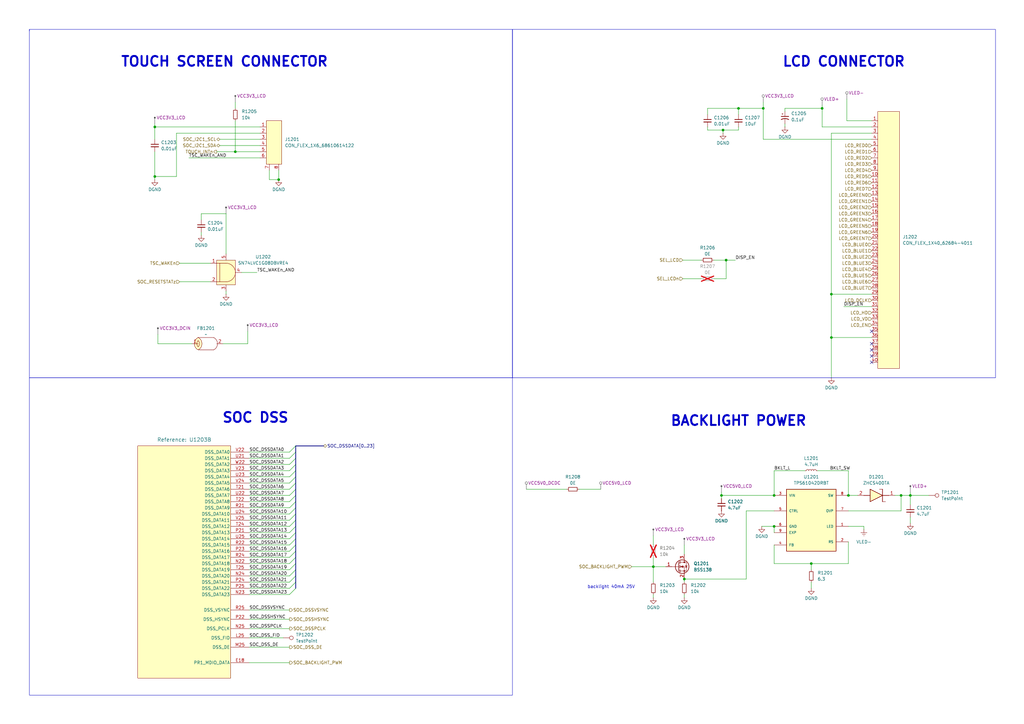
<source format=kicad_sch>
(kicad_sch (version 20250114) (generator "eeschema") (generator_version "9.0")
  (paper "A3")
  (title_block (title "Barre de son (base saine)") (date "2025-05-16") (rev "1.0") (company "NDH"))
  (lib_symbols
    (symbol "Connector:TestPoint" (pin_numbers (hide yes)) (pin_names (offset 0.762) (hide yes))
      (property "Reference" "TP" (at 0 6.858 0))
      (property "Value" "TestPoint" (at 0 5.08 0))
      (symbol "TestPoint_1_1"
        (pin passive line (at 0 0 90) (length 2.54) (name "1") (number "1"))
      )
    )
    (symbol "Device:C_Polarized_Small_US" (pin_numbers (hide yes)) (pin_names (offset 0.254) (hide yes))
      (property "Reference" "C" (at 0.254 1.778 0))
      (property "Value" "C_Polarized_Small_US" (at 0.254 -2.032 0))
      (symbol "C_Polarized_Small_US_1_1"
        (pin passive line (at 0 2.54 270) (length 2.032) (name "~") (number "1"))
        (pin passive line (at 0 -2.54 90) (length 2.032) (name "~") (number "2"))
      )
    )
    (symbol "Device:C_Small" (pin_numbers (hide yes)) (pin_names (offset 0.254) (hide yes))
      (property "Reference" "C" (at 0.254 1.778 0))
      (property "Value" "C_Small" (at 0.254 -2.032 0))
      (symbol "C_Small_1_1"
        (pin passive line (at 0 2.54 270) (length 2.032) (name "~") (number "1"))
        (pin passive line (at 0 -2.54 90) (length 2.032) (name "~") (number "2"))
      )
    )
    (symbol "Device:L_Small" (pin_numbers (hide yes)) (pin_names (offset 0.254) (hide yes))
      (property "Reference" "L" (at 0.762 1.016 0))
      (property "Value" "L_Small" (at 0.762 -1.016 0))
      (symbol "L_Small_1_1"
        (pin passive line (at 0 2.54 270) (length 0.508) (name "~") (number "1"))
        (pin passive line (at 0 -2.54 90) (length 0.508) (name "~") (number "2"))
      )
    )
    (symbol "Device:R_Small" (pin_numbers (hide yes)) (pin_names (offset 0.254) (hide yes))
      (property "Reference" "R" (at 0.762 0.508 0))
      (property "Value" "R_Small" (at 0.762 -1.016 0))
      (symbol "R_Small_1_1"
        (pin passive line (at 0 2.54 270) (length 0.762) (name "~") (number "1"))
        (pin passive line (at 0 -2.54 90) (length 0.762) (name "~") (number "2"))
      )
    )
    (symbol "Libglobal:66AK2G12ABY100" (pin_names (offset 0.254))
      (property "Reference" "U" (at -46.228 -50.8 0) (show_name))
      (symbol "66AK2G12ABY100_1_1"
        (pin bidirectional line (at -68.58 110.49 0) (length 7.62) (name "DDR3_DQS0_P") (number "AD1"))
        (pin bidirectional line (at -68.58 107.95 0) (length 7.62) (name "DDR3_DQS0_N") (number "AE2"))
        (pin bidirectional line (at -68.58 102.87 0) (length 7.62) (name "DDR3_DQS1_P") (number "AD4"))
        (pin bidirectional line (at -68.58 100.33 0) (length 7.62) (name "DDR3_DQS1_N") (number "AE4"))
        (pin bidirectional line (at -68.58 95.25 0) (length 7.62) (name "DDR3_DQS2_P") (number "AE6"))
        (pin bidirectional line (at -68.58 92.71 0) (length 7.62) (name "DDR3_DQS2_N") (number "AD6"))
        (pin bidirectional line (at -68.58 87.63 0) (length 7.62) (name "DDR3_DQS3_P") (number "AE9"))
        (pin bidirectional line (at -68.58 85.09 0) (length 7.62) (name "DDR3_DQS3_N") (number "AD9"))
        (pin bidirectional line (at -68.58 80.01 0) (length 7.62) (name "DDR3_CBDQS_P") (number "AE12"))
        (pin bidirectional line (at -68.58 77.47 0) (length 7.62) (name "DDR3_CBDQS_N") (number "AD12"))
        (pin tri_state line (at -68.58 72.39 0) (length 7.62) (name "DDR3_DQM0") (number "AB4"))
        (pin tri_state line (at -68.58 69.85 0) (length 7.62) (name "DDR3_DQM1") (number "AA5"))
        (pin tri_state line (at -68.58 67.31 0) (length 7.62) (name "DDR3_DQM2") (number "AC8"))
        (pin tri_state line (at -68.58 64.77 0) (length 7.62) (name "DDR3_DQM3") (number "AA9"))
        (pin bidirectional line (at -68.58 58.42 0) (length 7.62) (name "DDR3_CBDQM") (number "Y11"))
        (pin tri_state line (at -68.58 50.8 0) (length 7.62) (name "DDR3_ODT0") (number "AA13"))
        (pin bidirectional line (at -68.58 48.26 0) (length 7.62) (name "DDR3_ODT1") (number "Y12"))
        (pin bidirectional line (at -68.58 41.91 0) (length 7.62) (name "DDR3_CB00") (number "AA11"))
        (pin bidirectional line (at -68.58 39.37 0) (length 7.62) (name "DDR3_CB01") (number "AB11"))
        (pin bidirectional line (at -68.58 36.83 0) (length 7.62) (name "DDR3_CB02") (number "AC11"))
        (pin bidirectional line (at -68.58 34.29 0) (length 7.62) (name "DDR3_CB03") (number "AC12"))
        (pin tri_state line (at -68.58 27.94 0) (length 7.62) (name "DDR3_CKE0") (number "AB18"))
        (pin bidirectional line (at -68.58 25.4 0) (length 7.62) (name "DDR3_CKE1") (number "AC18"))
        (pin tri_state line (at -68.58 19.05 0) (length 7.62) (name "DDR3_CEn0") (number "AD13"))
        (pin bidirectional line (at -68.58 16.51 0) (length 7.62) (name "DDR3_CEn1") (number "AB12"))
        (pin tri_state line (at -68.58 10.16 0) (length 7.62) (name "DDR_CLK_N") (number "AD24"))
        (pin tri_state line (at -68.58 7.62 0) (length 7.62) (name "DDR_CLK_P") (number "AE24"))
        (pin tri_state line (at -68.58 1.27 0) (length 7.62) (name "DDR3_CLKOUT_P0") (number "AE15"))
        (pin tri_state line (at -68.58 -1.27 0) (length 7.62) (name "DDR3_CLKOUT_N0") (number "AD15"))
        (pin tri_state line (at -68.58 -7.62 0) (length 7.62) (name "DDR3_CLKOUT_P1") (number "AE16"))
        (pin tri_state line (at -68.58 -10.16 0) (length 7.62) (name "DDR3_CLKOUT_N1") (number "AD16"))
        (pin unspecified line (at -68.58 -16.51 0) (length 7.62) (name "DDR3_RZQ0") (number "W12"))
        (pin unspecified line (at -68.58 -19.05 0) (length 7.62) (name "DDR3_RZQ1") (number "V9"))
        (pin tri_state line (at -68.58 -25.4 0) (length 7.62) (name "DDR3_CASn") (number "AC13"))
        (pin tri_state line (at -68.58 -27.94 0) (length 7.62) (name "DDR3_RASn") (number "AE13"))
        (pin tri_state line (at -68.58 -34.29 0) (length 7.62) (name "DDR3_WEn") (number "Y13"))
        (pin tri_state line (at -68.58 -40.64 0) (length 7.62) (name "DDR3_RESETn") (number "Y18"))
        (pin tri_state line (at 2.54 110.49 180) (length 7.62) (name "DDR3_A00") (number "AC15"))
        (pin tri_state line (at 2.54 107.95 180) (length 7.62) (name "DDR3_A01") (number "Y15"))
        (pin tri_state line (at 2.54 105.41 180) (length 7.62) (name "DDR3_A02") (number "AC16"))
        (pin tri_state line (at 2.54 102.87 180) (length 7.62) (name "DDR3_A03") (number "AA15"))
        (pin tri_state line (at 2.54 100.33 180) (length 7.62) (name "DDR3_A04") (number "AB16"))
        (pin tri_state line (at 2.54 97.79 180) (length 7.62) (name "DDR3_A05") (number "AE17"))
        (pin tri_state line (at 2.54 95.25 180) (length 7.62) (name "DDR3_A06") (number "AC14"))
        (pin tri_state line (at 2.54 92.71 180) (length 7.62) (name "DDR3_A07") (number "AB15"))
        (pin tri_state line (at 2.54 90.17 180) (length 7.62) (name "DDR3_A08") (number "AC17"))
        (pin tri_state line (at 2.54 87.63 180) (length 7.62) (name "DDR3_A09") (number "AB17"))
        (pin tri_state line (at 2.54 85.09 180) (length 7.62) (name "DDR3_A10") (number "AB14"))
        (pin tri_state line (at 2.54 82.55 180) (length 7.62) (name "DDR3_A11") (number "AA16"))
        (pin tri_state line (at 2.54 80.01 180) (length 7.62) (name "DDR3_A12") (number "AA17"))
        (pin tri_state line (at 2.54 77.47 180) (length 7.62) (name "DDR3_A13") (number "AA12"))
        (pin tri_state line (at 2.54 74.93 180) (length 7.62) (name "DDR3_A14") (number "Y17"))
        (pin tri_state line (at 2.54 72.39 180) (length 7.62) (name "DDR3_A15") (number "Y16"))
        (pin tri_state line (at 2.54 66.04 180) (length 7.62) (name "DDR3_BA0") (number "AA14"))
        (pin tri_state line (at 2.54 62.23 180) (length 7.62) (name "DDR3_BA1") (number "AB13"))
        (pin tri_state line (at 2.54 58.42 180) (length 7.62) (name "DDR3_BA2") (number "AD17"))
        (pin bidirectional line (at 2.54 52.07 180) (length 7.62) (name "DDR3_D00") (number "AD2"))
        (pin bidirectional line (at 2.54 49.53 180) (length 7.62) (name "DDR3_D01") (number "Y4"))
        (pin bidirectional line (at 2.54 46.99 180) (length 7.62) (name "DDR3_D02") (number "AC3"))
        (pin bidirectional line (at 2.54 44.45 180) (length 7.62) (name "DDR3_D03") (number "AC2"))
        (pin bidirectional line (at 2.54 41.91 180) (length 7.62) (name "DDR3_D04") (number "AE3"))
        (pin bidirectional line (at 2.54 39.37 180) (length 7.62) (name "DDR3_D05") (number "AA4"))
        (pin bidirectional line (at 2.54 36.83 180) (length 7.62) (name "DDR3_D06") (number "AD3"))
        (pin bidirectional line (at 2.54 34.29 180) (length 7.62) (name "DDR3_D07") (number "AB3"))
        (pin bidirectional line (at 2.54 29.21 180) (length 7.62) (name "DDR3_D08") (number "AA6"))
        (pin bidirectional line (at 2.54 26.67 180) (length 7.62) (name "DDR3_D09") (number "Y7"))
        (pin bidirectional line (at 2.54 24.13 180) (length 7.62) (name "DDR3_D10") (number "Y6"))
        (pin bidirectional line (at 2.54 21.59 180) (length 7.62) (name "DDR3_D11") (number "AC5"))
        (pin bidirectional line (at 2.54 19.05 180) (length 7.62) (name "DDR3_D12") (number "AB6"))
        (pin bidirectional line (at 2.54 16.51 180) (length 7.62) (name "DDR3_D13") (number "Y5"))
        (pin bidirectional line (at 2.54 13.97 180) (length 7.62) (name "DDR3_D14") (number "AC4"))
        (pin bidirectional line (at 2.54 11.43 180) (length 7.62) (name "DDR3_D15") (number "AB5"))
        (pin bidirectional line (at 2.54 6.35 180) (length 7.62) (name "DDR3_D16") (number "AB7"))
        (pin bidirectional line (at 2.54 3.81 180) (length 7.62) (name "DDR3_D17") (number "AB8"))
        (pin bidirectional line (at 2.54 1.27 180) (length 7.62) (name "DDR3_D18") (number "AC7"))
        (pin bidirectional line (at 2.54 -1.27 180) (length 7.62) (name "DDR3_D19") (number "AA7"))
        (pin bidirectional line (at 2.54 -3.81 180) (length 7.62) (name "DDR3_D20") (number "AA8"))
        (pin bidirectional line (at 2.54 -6.35 180) (length 7.62) (name "DDR3_D21") (number "AC6"))
        (pin bidirectional line (at 2.54 -8.89 180) (length 7.62) (name "DDR3_D22") (number "AE7"))
        (pin bidirectional line (at 2.54 -11.43 180) (length 7.62) (name "DDR3_D23") (number "AD7"))
        (pin bidirectional line (at 2.54 -16.51 180) (length 7.62) (name "DDR3_D24") (number "AA10"))
        (pin bidirectional line (at 2.54 -19.05 180) (length 7.62) (name "DDR3_D25") (number "AE10"))
        (pin bidirectional line (at 2.54 -21.59 180) (length 7.62) (name "DDR3_D26") (number "AD10"))
        (pin bidirectional line (at 2.54 -24.13 180) (length 7.62) (name "DDR3_D27") (number "AC10"))
        (pin bidirectional line (at 2.54 -26.67 180) (length 7.62) (name "DDR3_D28") (number "AC9"))
        (pin bidirectional line (at 2.54 -29.21 180) (length 7.62) (name "DDR3_D29") (number "AB10"))
        (pin bidirectional line (at 2.54 -31.75 180) (length 7.62) (name "DDR3_D30") (number "AB9"))
        (pin bidirectional line (at 2.54 -34.29 180) (length 7.62) (name "DDR3_D31") (number "Y8"))
      )
      (symbol "66AK2G12ABY100_2_1"
        (pin bidirectional line (at -6.35 44.45 180) (length 7.62) (name "DSS_DATA0") (number "V22"))
        (pin bidirectional line (at -6.35 41.91 180) (length 7.62) (name "DSS_DATA1") (number "U21"))
        (pin bidirectional line (at -6.35 39.37 180) (length 7.62) (name "DSS_DATA2") (number "W22"))
        (pin bidirectional line (at -6.35 36.83 180) (length 7.62) (name "DSS_DATA3") (number "V23"))
        (pin bidirectional line (at -6.35 34.29 180) (length 7.62) (name "DSS_DATA4") (number "U23"))
        (pin bidirectional line (at -6.35 31.75 180) (length 7.62) (name "DSS_DATA5") (number "V24"))
        (pin bidirectional line (at -6.35 29.21 180) (length 7.62) (name "DSS_DATA6") (number "T21"))
        (pin bidirectional line (at -6.35 26.67 180) (length 7.62) (name "DSS_DATA7") (number "U22"))
        (pin bidirectional line (at -6.35 24.13 180) (length 7.62) (name "DSS_DATA8") (number "T22"))
        (pin bidirectional line (at -6.35 21.59 180) (length 7.62) (name "DSS_DATA9") (number "R21"))
        (pin bidirectional line (at -6.35 19.05 180) (length 7.62) (name "DSS_DATA10") (number "U24"))
        (pin bidirectional line (at -6.35 16.51 180) (length 7.62) (name "DSS_DATA11") (number "V25"))
        (pin bidirectional line (at -6.35 13.97 180) (length 7.62) (name "DSS_DATA12") (number "T24"))
        (pin bidirectional line (at -6.35 11.43 180) (length 7.62) (name "DSS_DATA13") (number "P21"))
        (pin bidirectional line (at -6.35 8.89 180) (length 7.62) (name "DSS_DATA14") (number "U25"))
        (pin bidirectional line (at -6.35 6.35 180) (length 7.62) (name "DSS_DATA15") (number "R22"))
        (pin bidirectional line (at -6.35 3.81 180) (length 7.62) (name "DSS_DATA16") (number "P23"))
        (pin bidirectional line (at -6.35 1.27 180) (length 7.62) (name "DSS_DATA17") (number "R24"))
        (pin bidirectional line (at -6.35 -1.27 180) (length 7.62) (name "DSS_DATA18") (number "N22"))
        (pin bidirectional line (at -6.35 -3.81 180) (length 7.62) (name "DSS_DATA19") (number "T25"))
        (pin bidirectional line (at -6.35 -6.35 180) (length 7.62) (name "DSS_DATA20") (number "N24"))
        (pin bidirectional line (at -6.35 -8.89 180) (length 7.62) (name "DSS_DATA21") (number "P24"))
        (pin bidirectional line (at -6.35 -11.43 180) (length 7.62) (name "DSS_DATA22") (number "P25"))
        (pin bidirectional line (at -6.35 -13.97 180) (length 7.62) (name "DSS_DATA23") (number "N23"))
        (pin bidirectional line (at -6.35 -20.32 180) (length 7.62) (name "DSS_VSYNC") (number "R25"))
        (pin bidirectional line (at -6.35 -24.13 180) (length 7.62) (name "DSS_HSYNC") (number "P22"))
        (pin bidirectional line (at -6.35 -27.94 180) (length 7.62) (name "DSS_PCLK") (number "N25"))
        (pin bidirectional line (at -6.35 -31.75 180) (length 7.62) (name "DSS_FID") (number "L25"))
        (pin bidirectional line (at -6.35 -35.56 180) (length 7.62) (name "DSS_DE") (number "M25"))
        (pin bidirectional line (at -6.35 -41.91 180) (length 7.62) (name "PR1_MDIO_DATA") (number "E18"))
      )
      (symbol "66AK2G12ABY100_3_1"
        (pin bidirectional line (at 1.27 71.12 180) (length 7.62) (name "PR1_PRU1_GPO0/PR1_PRU1_GPI0/GPIO1_26") (number "A14"))
        (pin bidirectional line (at 1.27 66.04 180) (length 7.62) (name "PR1_PRU1_GPO1/PR1_PRU1_GPI1/GPIO1_27") (number "B14"))
        (pin bidirectional line (at 1.27 60.96 180) (length 7.62) (name "PR1_PRU1_GPO2/PR1_PRU1_GPI2/GPIO1_28") (number "C14"))
        (pin bidirectional line (at 1.27 55.88 180) (length 7.62) (name "PR1_PRU1_GPO3/PR1_PRU1_GPI3/GPIO1_29") (number "E14"))
        (pin bidirectional line (at 1.27 50.8 180) (length 7.62) (name "PR1_PRU1_GPO4/PR1_PRU1_GPI4/GPIO1_30") (number "D14"))
        (pin bidirectional line (at 1.27 45.72 180) (length 7.62) (name "PR1_PRU1_GPO5/PR1_PRU1_GPI5/GPIO1_31") (number "A15"))
        (pin bidirectional line (at 1.27 40.64 180) (length 7.62) (name "PR1_PRU1_GPO6/PR1_PRU1_GPI6/GPIO1_32") (number "F14"))
        (pin bidirectional line (at 1.27 35.56 180) (length 7.62) (name "PR1_PRU1_GPO7/PR1_PRU1_GPI7/GPIO1_33") (number "B15"))
        (pin bidirectional line (at 1.27 30.48 180) (length 7.62) (name "PR1_PRU1_GPO8/PR1_PRU1_GPI8/GPIO1_34") (number "C15"))
        (pin bidirectional line (at 1.27 25.4 180) (length 7.62) (name "PR1_PRU1_GPO15/PR1_PRU1_GPI15/GPIO1_41") (number "C18"))
        (pin bidirectional line (at 1.27 19.05 180) (length 7.62) (name "PR1_PRU1_GPO16/PR1_PRU1_GPI16/GPIO1_42") (number "D16"))
        (pin bidirectional line (at 1.27 8.89 180) (length 7.62) (name "GPMC_BEn1/GPIO0_21") (number "AB24"))
        (pin bidirectional line (at 1.27 3.81 180) (length 7.62) (name "GPMC_CLK/GPIO0_16") (number "AB23"))
        (pin bidirectional line (at 1.27 -5.08 180) (length 7.62) (name "MII_RXER/RMII_RXER/GPIO0_82") (number "F23"))
        (pin bidirectional line (at 1.27 -11.43 180) (length 7.62) (name "MII_COL/GPIO0_83") (number "B25"))
        (pin bidirectional line (at 1.27 -17.78 180) (length 7.62) (name "MII_CRS/RMII_CRS_DV/GPIO0_84") (number "G22"))
        (pin bidirectional line (at 1.27 -29.21 180) (length 7.62) (name "SPI3_SCSn1/PR0_UART0_RXD/GPIO0_87") (number "E25"))
        (pin bidirectional line (at 1.27 -36.83 180) (length 7.62) (name "SPI1_SCSn1/GPIO0_100") (number "N3"))
      )
      (symbol "66AK2G12ABY100_4_1"
        (pin bidirectional line (at -15.24 -25.4 180) (length 7.62) (name "SPI0_SOMI") (number "M1"))
        (pin bidirectional line (at -15.24 -30.48 180) (length 7.62) (name "SPI0_SIMO") (number "N4"))
        (pin bidirectional line (at -15.24 -35.56 180) (length 7.62) (name "SPI0_CLK") (number "M2"))
        (pin bidirectional line (at -15.24 -40.64 180) (length 7.62) (name "SPI0_SCSn0") (number "M3"))
        (pin bidirectional line (at -15.24 -45.72 180) (length 7.62) (name "SPI0_SCSn1") (number "M4"))
      )
      (symbol "66AK2G12ABY100_5_1"
        (pin bidirectional line (at -7.62 31.75 180) (length 7.62) (name "GPMC_AD0") (number "AC21"))
        (pin bidirectional line (at -7.62 29.21 180) (length 7.62) (name "GPMC_AD1") (number "AE20"))
        (pin bidirectional line (at -7.62 26.67 180) (length 7.62) (name "GPMC_AD2") (number "AD22"))
        (pin bidirectional line (at -7.62 24.13 180) (length 7.62) (name "GPMC_AD3") (number "AD20"))
        (pin bidirectional line (at -7.62 21.59 180) (length 7.62) (name "GPMC_AD4") (number "AE21"))
        (pin bidirectional line (at -7.62 19.05 180) (length 7.62) (name "GPMC_AD5") (number "AE22"))
        (pin bidirectional line (at -7.62 16.51 180) (length 7.62) (name "GPMC_AD6") (number "AC20"))
        (pin bidirectional line (at -7.62 13.97 180) (length 7.62) (name "GPMC_AD7") (number "AD21"))
        (pin bidirectional line (at -7.62 11.43 180) (length 7.62) (name "GPMC_AD8") (number "AE23"))
        (pin bidirectional line (at -7.62 8.89 180) (length 7.62) (name "GPMC_AD9") (number "AB20"))
        (pin bidirectional line (at -7.62 6.35 180) (length 7.62) (name "GPMC_AD10") (number "AA20"))
        (pin bidirectional line (at -7.62 3.81 180) (length 7.62) (name "GPMC_AD11") (number "AD23"))
        (pin bidirectional line (at -7.62 1.27 180) (length 7.62) (name "GPMC_AD12") (number "AA21"))
        (pin bidirectional line (at -7.62 -1.27 180) (length 7.62) (name "GPMC_AD13") (number "AB21"))
        (pin bidirectional line (at -7.62 -3.81 180) (length 7.62) (name "GPMC_AD14") (number "AB22"))
        (pin bidirectional line (at -7.62 -6.35 180) (length 7.62) (name "GPMC_AD15") (number "AA22"))
        (pin bidirectional line (at -7.62 -16.51 180) (length 7.62) (name "GPMC_ADVn_ALE") (number "AC23"))
        (pin bidirectional line (at -7.62 -19.05 180) (length 7.62) (name "GPMC_OEn_REn") (number "AC22"))
        (pin bidirectional line (at -7.62 -21.59 180) (length 7.62) (name "GPMC_WEn") (number "Y22"))
        (pin bidirectional line (at -7.62 -24.13 180) (length 7.62) (name "GPMC_BEn0_CLE") (number "AC24"))
        (pin bidirectional line (at -7.62 -26.67 180) (length 7.62) (name "GPMC_WAIT0") (number "Y24"))
        (pin bidirectional line (at -7.62 -36.83 180) (length 7.62) (name "GPMC_WPn") (number "W25"))
        (pin bidirectional line (at -7.62 -43.18 180) (length 7.62) (name "GPMC_CSn0") (number "AB25"))
      )
      (symbol "66AK2G12ABY100_6_1"
        (pin bidirectional line (at -11.43 8.89 180) (length 7.62) (name "MMC1_DAT0") (number "H3"))
        (pin bidirectional line (at -11.43 3.81 180) (length 7.62) (name "MMC1_DAT1") (number "F5"))
        (pin bidirectional line (at -11.43 -1.27 180) (length 7.62) (name "MMC1_DAT2") (number "J5"))
        (pin bidirectional line (at -11.43 -6.35 180) (length 7.62) (name "MMC1_DAT3") (number "H4"))
        (pin bidirectional line (at -11.43 -11.43 180) (length 7.62) (name "MMC1_DAT4") (number "E3"))
        (pin bidirectional line (at -11.43 -13.97 180) (length 7.62) (name "MMC1_DAT5") (number "G4"))
        (pin bidirectional line (at -11.43 -16.51 180) (length 7.62) (name "MMC1_DAT6") (number "F4"))
        (pin bidirectional line (at -11.43 -19.05 180) (length 7.62) (name "MMC1_DAT7") (number "G5"))
        (pin bidirectional line (at -11.43 -24.13 180) (length 7.62) (name "MMC1_CLK") (number "J4"))
        (pin bidirectional line (at -11.43 -29.21 180) (length 7.62) (name "MMC1_CMD") (number "J2"))
        (pin bidirectional line (at -11.43 -34.29 180) (length 7.62) (name "MMC1_POW") (number "K2"))
        (pin bidirectional line (at -11.43 -36.83 180) (length 7.62) (name "MMC1_SDCD") (number "J3"))
        (pin bidirectional line (at -11.43 -43.18 180) (length 7.62) (name "MMC1_SDWP") (number "K3"))
      )
      (symbol "66AK2G12ABY100_7_1"
        (pin bidirectional line (at -13.97 29.21 180) (length 7.62) (name "MII_TXD0") (number "G23"))
        (pin bidirectional line (at -13.97 24.13 180) (length 7.62) (name "MII_TXD1") (number "G24"))
        (pin bidirectional line (at -13.97 19.05 180) (length 7.62) (name "MII_TXD2") (number "G25"))
        (pin bidirectional line (at -13.97 13.97 180) (length 7.62) (name "MII_TXD3") (number "D25"))
        (pin bidirectional line (at -13.97 6.35 180) (length 7.62) (name "MII_TXCLK") (number "C25"))
        (pin bidirectional line (at -13.97 1.27 180) (length 7.62) (name "MII_TXEN") (number "H25"))
        (pin bidirectional line (at -13.97 -6.35 180) (length 7.62) (name "MDIO_CLK") (number "U3"))
        (pin bidirectional line (at -13.97 -10.16 180) (length 7.62) (name "MDIO_DATA") (number "V3"))
        (pin bidirectional line (at -13.97 -17.78 180) (length 7.62) (name "MII_RXCLK") (number "A22"))
        (pin bidirectional line (at -13.97 -22.86 180) (length 7.62) (name "MII_RXDV") (number "A24"))
        (pin bidirectional line (at -13.97 -30.48 180) (length 7.62) (name "MII_RXD0") (number "B24"))
        (pin bidirectional line (at -13.97 -35.56 180) (length 7.62) (name "MII_RXD1") (number "C23"))
        (pin bidirectional line (at -13.97 -40.64 180) (length 7.62) (name "MII_RXD2") (number "B23"))
        (pin bidirectional line (at -13.97 -45.72 180) (length 7.62) (name "MII_RXD3") (number "F22"))
      )
      (symbol "66AK2G12ABY100_8_1"
        (pin input line (at -10.16 -5.08 180) (length 7.62) (name "NMIn") (number "W1"))
        (pin input line (at -10.16 -10.16 180) (length 7.62) (name "PORn") (number "AA3"))
        (pin input line (at -10.16 -15.24 180) (length 7.62) (name "LRESETNMIENn") (number "V1"))
        (pin input line (at -10.16 -20.32 180) (length 7.62) (name "LRESETn") (number "V2"))
        (pin input line (at -10.16 -25.4 180) (length 7.62) (name "RESETn") (number "W3"))
        (pin input line (at -10.16 -30.48 180) (length 7.62) (name "RESETFULLn") (number "W2"))
        (pin output line (at -10.16 -38.1 180) (length 7.62) (name "RESETSTATn") (number "Y2"))
        (pin tri_state line (at -10.16 -45.72 180) (length 7.62) (name "BOOTCOMPLETE") (number "Y3"))
      )
      (symbol "66AK2G12ABY100_9_1"
        (pin input line (at -69.85 8.89 0) (length 7.62) (name "AUDOSC_IN") (number "C17"))
        (pin output line (at -69.85 3.81 0) (length 7.62) (name "AUDOSC_OUT") (number "A17"))
        (pin power_in line (at -69.85 -1.27 0) (length 7.62) (name "VSS_OSC_AUDIO") (number "B17"))
        (pin output line (at -69.85 -12.7 0) (length 7.62) (name "USB1_XO") (number "C20"))
        (pin output line (at -69.85 -17.78 0) (length 7.62) (name "USB0_XO") (number "D19"))
        (pin tri_state line (at -69.85 -26.67 0) (length 7.62) (name "OBSPLL_LOCK") (number "N5"))
        (pin output line (at -69.85 -30.48 0) (length 7.62) (name "OBSCLK_P") (number "K1"))
        (pin output line (at -69.85 -34.29 0) (length 7.62) (name "OBSCLK_N") (number "L1"))
        (pin output line (at -69.85 -44.45 0) (length 7.62) (name "RMII_REFCLK/PR0_eCAP0_eCAP_SYNCOUT") (number "D24"))
        (pin input line (at 6.35 8.89 180) (length 7.62) (name "SYSOSC_IN") (number "AC19"))
        (pin output line (at 6.35 3.81 180) (length 7.62) (name "SYSOSC_OUT") (number "AE19"))
        (pin power_in line (at 6.35 -1.27 180) (length 7.62) (name "VSS_OSC_SYS") (number "AD19"))
        (pin input line (at 6.35 -10.16 180) (length 7.62) (name "SYSCLK_P") (number "AD25"))
        (pin input line (at 6.35 -15.24 180) (length 7.62) (name "SYSCLK_N") (number "AC25"))
        (pin input line (at 6.35 -24.13 180) (length 7.62) (name "SYSCLKSEL") (number "R1"))
        (pin tri_state line (at 6.35 -30.48 180) (length 7.62) (name "SYSCLKOUT") (number "M21"))
        (pin input line (at 6.35 -39.37 180) (length 7.62) (name "CPTS_REFCLK_P") (number "K21"))
        (pin input line (at 6.35 -44.45 180) (length 7.62) (name "CPTS_REFCLK_N") (number "L21"))
      )
      (symbol "66AK2G12ABY100_10_1"
        (pin input line (at -17.78 -17.78 180) (length 7.62) (name "TDI") (number "L5"))
        (pin tri_state line (at -17.78 -21.59 180) (length 7.62) (name "TDO") (number "K5"))
        (pin input line (at -17.78 -25.4 180) (length 7.62) (name "TCK") (number "L3"))
        (pin input line (at -17.78 -29.21 180) (length 7.62) (name "TMS") (number "K4"))
        (pin input line (at -17.78 -33.02 180) (length 7.62) (name "TRSTn") (number "L4"))
        (pin bidirectional line (at -17.78 -39.37 180) (length 7.62) (name "EMU00") (number "M22"))
        (pin bidirectional line (at -17.78 -45.72 180) (length 7.62) (name "EMU01") (number "L22"))
      )
      (symbol "66AK2G12ABY100_11_1"
        (pin bidirectional line (at -10.16 5.08 180) (length 7.62) (name "MLBP_DAT_P") (number "K23"))
        (pin bidirectional line (at -10.16 0 180) (length 7.62) (name "MLBP_DAT_N") (number "K22"))
        (pin bidirectional line (at -10.16 -6.35 180) (length 7.62) (name "MLBP_SIG_P") (number "L24"))
        (pin bidirectional line (at -10.16 -11.43 180) (length 7.62) (name "MLBP_SIG_N") (number "M24"))
        (pin input line (at -10.16 -19.05 180) (length 7.62) (name "MLBP_CLK_P") (number "M23"))
        (pin input line (at -10.16 -24.13 180) (length 7.62) (name "MLBP_CLK_N") (number "L23"))
        (pin bidirectional line (at -10.16 -34.29 180) (length 7.62) (name "GPMC_WAIT1") (number "AA24"))
        (pin bidirectional line (at -10.16 -39.37 180) (length 7.62) (name "GPMC_DIR") (number "AA25"))
        (pin bidirectional line (at -10.16 -44.45 180) (length 7.62) (name "GPMC_CSn1") (number "W24"))
      )
      (symbol "66AK2G12ABY100_12_1"
        (pin bidirectional line (at -13.97 -13.97 180) (length 7.62) (name "USB1_DP") (number "B20"))
        (pin bidirectional line (at -13.97 -17.78 180) (length 7.62) (name "USB1_DM") (number "A20"))
        (pin unspecified line (at -13.97 -25.4 180) (length 7.62) (name "USB1_ID") (number "E20"))
        (pin unspecified line (at -13.97 -30.48 180) (length 7.62) (name "USB1_VBUS") (number "A21"))
        (pin tri_state line (at -13.97 -38.1 180) (length 7.62) (name "USB1_DRVVBUS") (number "B21"))
        (pin unspecified line (at -13.97 -45.72 180) (length 7.62) (name "USB1_TXRTUNE_RKELVIN") (number "D20"))
      )
      (symbol "66AK2G12ABY100_13_1"
        (pin bidirectional line (at -16.51 -38.1 180) (length 7.62) (name "I2C0_SCL") (number "U5"))
        (pin bidirectional line (at -16.51 -45.72 180) (length 7.62) (name "I2C0_SDA") (number "W5"))
      )
      (symbol "66AK2G12ABY100_14_1"
        (pin bidirectional line (at -7.62 -7.62 180) (length 7.62) (name "QSPI_D0") (number "J23"))
        (pin bidirectional line (at -7.62 -11.43 180) (length 7.62) (name "QSPI_D1") (number "J22"))
        (pin bidirectional line (at -7.62 -15.24 180) (length 7.62) (name "QSPI_D2") (number "J21"))
        (pin bidirectional line (at -7.62 -19.05 180) (length 7.62) (name "QSPI_D3") (number "J24"))
        (pin bidirectional line (at -7.62 -25.4 180) (length 7.62) (name "QSPI_CSn0") (number "J25"))
        (pin bidirectional line (at -7.62 -31.75 180) (length 7.62) (name "QSPI_CLK") (number "K25"))
        (pin bidirectional line (at -7.62 -38.1 180) (length 7.62) (name "QSPI_RCLK") (number "K24"))
        (pin bidirectional line (at -7.62 -45.72 180) (length 7.62) (name "QSPI_CSn1") (number "H23"))
      )
      (symbol "66AK2G12ABY100_15_1"
        (pin tri_state line (at -15.24 -34.29 180) (length 7.62) (name "UART0_TXD") (number "T1"))
        (pin input line (at -15.24 -38.1 180) (length 7.62) (name "UART0_RXD") (number "T4"))
        (pin bidirectional line (at -15.24 -41.91 180) (length 7.62) (name "UART0_CTSn") (number "T2"))
        (pin bidirectional line (at -15.24 -45.72 180) (length 7.62) (name "UART0_RTSn") (number "U1"))
      )
      (symbol "66AK2G12ABY100_16_1"
        (pin output line (at -13.97 -6.35 180) (length 7.62) (name "PCIE_TXP0") (number "G1"))
        (pin output line (at -13.97 -11.43 180) (length 7.62) (name "PCIE_TXN0") (number "H1"))
        (pin input line (at -13.97 -19.05 180) (length 7.62) (name "PCIE_RXP0") (number "E1"))
        (pin input line (at -13.97 -24.13 180) (length 7.62) (name "PCIE_RXN0") (number "D1"))
        (pin input line (at -13.97 -31.75 180) (length 7.62) (name "PCIE_CLK_P") (number "G2"))
        (pin input line (at -13.97 -35.56 180) (length 7.62) (name "PCIE_CLK_N") (number "F2"))
        (pin unspecified line (at -13.97 -43.18 180) (length 7.62) (name "PCIE_REFRES") (number "H7"))
      )
      (symbol "66AK2G12ABY100_17_1"
        (pin bidirectional line (at -8.89 -30.48 180) (length 7.62) (name "DCAN0_TX") (number "P5"))
        (pin bidirectional line (at -8.89 -35.56 180) (length 7.62) (name "DCAN0_RX") (number "R5"))
        (pin bidirectional line (at -8.89 -43.18 180) (length 7.62) (name "QSPI_CSn2") (number "H22"))
        (pin bidirectional line (at -8.89 -46.99 180) (length 7.62) (name "QSPI_CSn3") (number "H21"))
      )
      (symbol "66AK2G12ABY100_18_1"
        (pin bidirectional line (at -6.35 3.81 180) (length 7.62) (name "eHRPWM3_A") (number "A23"))
        (pin bidirectional line (at -6.35 0 180) (length 7.62) (name "eHRPWM3_B") (number "B22"))
        (pin bidirectional line (at -6.35 -3.81 180) (length 7.62) (name "MII_TXER") (number "H24"))
        (pin bidirectional line (at -6.35 -7.62 180) (length 7.62) (name "eHRPWM3_SYNCO") (number "D23"))
        (pin bidirectional line (at -6.35 -11.43 180) (length 7.62) (name "eHRPWM3_SYNCI") (number "C22"))
        (pin bidirectional line (at -6.35 -17.78 180) (length 7.62) (name "PR1_PRU0_GPO18") (number "D12"))
        (pin bidirectional line (at -6.35 -21.59 180) (length 7.62) (name "PR1_PRU0_GPO19") (number "D13"))
        (pin bidirectional line (at -6.35 -25.4 180) (length 7.62) (name "PR1_PRU0_GPO17") (number "E13"))
        (pin bidirectional line (at -6.35 -31.75 180) (length 7.62) (name "PR1_PRU1_GPO18") (number "E17"))
        (pin bidirectional line (at -6.35 -35.56 180) (length 7.62) (name "PR1_PRU1_GPO19") (number "E16"))
        (pin bidirectional line (at -6.35 -39.37 180) (length 7.62) (name "PR1_PRU1_GPO17") (number "F16"))
        (pin bidirectional line (at -6.35 -45.72 180) (length 7.62) (name "PR1_MDIO_MDCLK") (number "D18"))
      )
      (symbol "66AK2G12ABY100_19_1"
        (pin unspecified line (at -8.89 -3.81 180) (length 7.62) (name "RSV1") (number "AA19"))
        (pin input line (at -8.89 -7.62 180) (length 7.62) (name "RSV2") (number "AB19"))
        (pin unspecified line (at -8.89 -11.43 180) (length 7.62) (name "RSV3") (number "Y20"))
        (pin unspecified line (at -8.89 -15.24 180) (length 7.62) (name "RSV4") (number "W19"))
        (pin unspecified line (at -8.89 -19.05 180) (length 7.62) (name "RSV5") (number "D2"))
        (pin input line (at -8.89 -22.86 180) (length 7.62) (name "RSV6") (number "L2"))
        (pin unspecified line (at -8.89 -26.67 180) (length 7.62) (name "RSV7") (number "G3"))
        (pin unspecified line (at -8.89 -30.48 180) (length 7.62) (name "RSV8") (number "F18"))
        (pin unspecified line (at -8.89 -34.29 180) (length 7.62) (name "RSV9") (number "H2"))
        (pin tri_state line (at -8.89 -38.1 180) (length 7.62) (name "RSV10") (number "AA18"))
        (pin tri_state line (at -8.89 -41.91 180) (length 7.62) (name "RSV11") (number "Y19"))
        (pin unspecified line (at -8.89 -45.72 180) (length 7.62) (name "RSV12") (number "Y14"))
      )
      (symbol "66AK2G12ABY100_20_1"
        (pin power_in line (at -57.15 46.99 0) (length 7.62) (name "CVDD") (number "N14"))
        (pin power_in line (at -57.15 43.18 0) (length 7.62) (name "CVDD") (number "N12"))
        (pin power_in line (at -57.15 39.37 0) (length 7.62) (name "CVDD") (number "N10"))
        (pin power_in line (at -57.15 35.56 0) (length 7.62) (name "CVDD") (number "M17"))
        (pin power_in line (at -57.15 31.75 0) (length 7.62) (name "CVDD") (number "M15"))
        (pin power_in line (at -57.15 27.94 0) (length 7.62) (name "CVDD") (number "M13"))
        (pin power_in line (at -57.15 24.13 0) (length 7.62) (name "CVDD") (number "M11"))
        (pin power_in line (at -57.15 20.32 0) (length 7.62) (name "CVDD") (number "M9"))
        (pin power_in line (at -57.15 16.51 0) (length 7.62) (name "CVDD") (number "L18"))
        (pin power_in line (at -57.15 12.7 0) (length 7.62) (name "CVDD") (number "L16"))
        (pin power_in line (at -57.15 8.89 0) (length 7.62) (name "CVDD") (number "L14"))
        (pin power_in line (at -57.15 5.08 0) (length 7.62) (name "CVDD") (number "L12"))
        (pin power_in line (at -57.15 1.27 0) (length 7.62) (name "CVDD") (number "L10"))
        (pin power_in line (at -57.15 -2.54 0) (length 7.62) (name "CVDD") (number "K17"))
        (pin power_in line (at -57.15 -6.35 0) (length 7.62) (name "CVDD") (number "K15"))
        (pin power_in line (at -57.15 -10.16 0) (length 7.62) (name "CVDD") (number "K13"))
        (pin power_in line (at -57.15 -13.97 0) (length 7.62) (name "CVDD") (number "K11"))
        (pin power_in line (at -57.15 -17.78 0) (length 7.62) (name "CVDD") (number "K9"))
        (pin power_in line (at -57.15 -21.59 0) (length 7.62) (name "CVDD") (number "J16"))
        (pin power_in line (at -57.15 -29.21 0) (length 7.62) (name "CVDD1") (number "T13"))
        (pin power_in line (at -57.15 -33.02 0) (length 7.62) (name "CVDD1") (number "N18"))
        (pin power_in line (at -57.15 -36.83 0) (length 7.62) (name "CVDD1") (number "N8"))
        (pin power_in line (at -57.15 -40.64 0) (length 7.62) (name "CVDD1") (number "J12"))
        (pin power_in line (at -57.15 -44.45 0) (length 7.62) (name "CVDD1") (number "M5"))
        (pin power_in line (at -6.35 46.99 180) (length 7.62) (name "CVDD") (number "N16"))
        (pin power_in line (at -6.35 43.18 180) (length 7.62) (name "CVDD") (number "P9"))
        (pin power_in line (at -6.35 39.37 180) (length 7.62) (name "CVDD") (number "P11"))
        (pin power_in line (at -6.35 35.56 180) (length 7.62) (name "CVDD") (number "P13"))
        (pin power_in line (at -6.35 31.75 180) (length 7.62) (name "CVDD") (number "P15"))
        (pin power_in line (at -6.35 27.94 180) (length 7.62) (name "CVDD") (number "P17"))
        (pin power_in line (at -6.35 24.13 180) (length 7.62) (name "CVDD") (number "R8"))
        (pin power_in line (at -6.35 20.32 180) (length 7.62) (name "CVDD") (number "R10"))
        (pin power_in line (at -6.35 16.51 180) (length 7.62) (name "CVDD") (number "R12"))
        (pin power_in line (at -6.35 12.7 180) (length 7.62) (name "CVDD") (number "R14"))
        (pin power_in line (at -6.35 8.89 180) (length 7.62) (name "CVDD") (number "R16"))
        (pin power_in line (at -6.35 5.08 180) (length 7.62) (name "CVDD") (number "R18"))
        (pin power_in line (at -6.35 1.27 180) (length 7.62) (name "CVDD") (number "T9"))
        (pin power_in line (at -6.35 -2.54 180) (length 7.62) (name "CVDD") (number "T11"))
        (pin power_in line (at -6.35 -6.35 180) (length 7.62) (name "CVDD") (number "T15"))
        (pin power_in line (at -6.35 -10.16 180) (length 7.62) (name "CVDD") (number "T17"))
        (pin power_in line (at -6.35 -13.97 180) (length 7.62) (name "CVDD") (number "U16"))
        (pin power_in line (at -6.35 -17.78 180) (length 7.62) (name "CVDD") (number "J10"))
        (pin power_in line (at -6.35 -21.59 180) (length 7.62) (name "CVDD") (number "J14"))
      )
      (symbol "66AK2G12ABY100_21_1"
        (pin power_in line (at -2.54 50.8 180) (length 7.62) (name "DVDD33") (number "H9"))
        (pin power_in line (at -2.54 46.99 180) (length 7.62) (name "DVDD33") (number "AA23"))
        (pin power_in line (at -2.54 43.18 180) (length 7.62) (name "DVDD33") (number "E23"))
        (pin power_in line (at -2.54 39.37 180) (length 7.62) (name "DVDD33") (number "F21"))
        (pin power_in line (at -2.54 35.56 180) (length 7.62) (name "DVDD33") (number "G20"))
        (pin power_in line (at -2.54 31.75 180) (length 7.62) (name "DVDD33") (number "J20"))
        (pin power_in line (at -2.54 27.94 180) (length 7.62) (name "DVDD33") (number "P19"))
        (pin power_in line (at -2.54 24.13 180) (length 7.62) (name "DVDD33") (number "R20"))
        (pin power_in line (at -2.54 20.32 180) (length 7.62) (name "DVDD33") (number "T19"))
        (pin power_in line (at -2.54 16.51 180) (length 7.62) (name "DVDD33") (number "U20"))
        (pin power_in line (at -2.54 12.7 180) (length 7.62) (name "DVDD33") (number "V21"))
        (pin power_in line (at -2.54 8.89 180) (length 7.62) (name "DVDD33") (number "F7"))
        (pin power_in line (at -2.54 5.08 180) (length 7.62) (name "DVDD33") (number "F11"))
        (pin power_in line (at -2.54 1.27 180) (length 7.62) (name "DVDD33") (number "F15"))
        (pin power_in line (at -2.54 -2.54 180) (length 7.62) (name "DVDD33") (number "G12"))
        (pin power_in line (at -2.54 -6.35 180) (length 7.62) (name "DVDD33") (number "G16"))
        (pin power_in line (at -2.54 -10.16 180) (length 7.62) (name "DVDD33") (number "H11"))
        (pin power_in line (at -2.54 -13.97 180) (length 7.62) (name "DVDD33") (number "H13"))
        (pin power_in line (at -2.54 -17.78 180) (length 7.62) (name "DVDD33") (number "H15"))
        (pin power_in line (at -2.54 -21.59 180) (length 7.62) (name "DVDD33") (number "P7"))
        (pin power_in line (at -2.54 -25.4 180) (length 7.62) (name "DVDD33") (number "R6"))
        (pin power_in line (at -2.54 -29.21 180) (length 7.62) (name "DVDD33") (number "T23"))
        (pin power_in line (at -2.54 -33.02 180) (length 7.62) (name "DVDD33") (number "T7"))
        (pin power_in line (at -2.54 -40.64 180) (length 7.62) (name "DVDD33_USB") (number "H17"))
        (pin power_in line (at -2.54 -43.18 180) (length 7.62) (name "DVDD33_USB") (number "G18"))
      )
      (symbol "66AK2G12ABY100_22_1"
        (pin power_in line (at -67.31 15.24 0) (length 7.62) (name "DVDD18") (number "F17"))
        (pin power_in line (at -67.31 12.7 0) (length 7.62) (name "DVDD18") (number "L20"))
        (pin power_in line (at -67.31 10.16 0) (length 7.62) (name "DVDD18") (number "K19"))
        (pin power_in line (at -67.31 7.62 0) (length 7.62) (name "DVDD18") (number "M7"))
        (pin power_in line (at -67.31 5.08 0) (length 7.62) (name "DVDD18") (number "L6"))
        (pin power_in line (at -67.31 2.54 0) (length 7.62) (name "DVDD18") (number "W6"))
        (pin power_in line (at -67.31 0 0) (length 7.62) (name "DVDD18") (number "U6"))
        (pin power_in line (at -67.31 -2.54 0) (length 7.62) (name "DVDD18") (number "U18"))
        (pin power_in line (at -67.31 -5.08 0) (length 7.62) (name "DVDD18") (number "V19"))
        (pin power_in line (at -67.31 -7.62 0) (length 7.62) (name "DVDD18") (number "J6"))
        (pin power_in line (at -67.31 -10.16 0) (length 7.62) (name "DVDD18") (number "H5"))
        (pin power_in line (at -67.31 -13.97 0) (length 7.62) (name "DVDD18") (number "G6"))
        (pin power_in line (at -67.31 -16.51 0) (length 7.62) (name "DVDD18") (number "F19"))
        (pin power_in line (at 1.27 15.24 180) (length 7.62) (name "DVDD_DDR") (number "AD5"))
        (pin power_in line (at 1.27 12.7 180) (length 7.62) (name "DVDD_DDR") (number "AD11"))
        (pin power_in line (at 1.27 10.16 180) (length 7.62) (name "DVDD_DDR") (number "AD18"))
        (pin power_in line (at 1.27 7.62 180) (length 7.62) (name "DVDD_DDR") (number "U8"))
        (pin power_in line (at 1.27 5.08 180) (length 7.62) (name "DVDD_DDR") (number "U10"))
        (pin power_in line (at 1.27 2.54 180) (length 7.62) (name "DVDD_DDR") (number "U12"))
        (pin power_in line (at 1.27 0 180) (length 7.62) (name "DVDD_DDR") (number "U14"))
        (pin power_in line (at 1.27 -2.54 180) (length 7.62) (name "DVDD_DDR") (number "V7"))
        (pin power_in line (at 1.27 -5.08 180) (length 7.62) (name "DVDD_DDR") (number "V11"))
        (pin power_in line (at 1.27 -7.62 180) (length 7.62) (name "DVDD_DDR") (number "V13"))
        (pin power_in line (at 1.27 -10.16 180) (length 7.62) (name "DVDD_DDR") (number "V15"))
        (pin power_in line (at 1.27 -12.7 180) (length 7.62) (name "DVDD_DDR") (number "V17"))
        (pin power_in line (at 1.27 -15.24 180) (length 7.62) (name "DVDD_DDR") (number "W16"))
        (pin power_in line (at 1.27 -17.78 180) (length 7.62) (name "DVDD_DDR") (number "W18"))
        (pin power_in line (at 1.27 -20.32 180) (length 7.62) (name "DVDD_DDR") (number "AE8"))
        (pin power_in line (at 1.27 -22.86 180) (length 7.62) (name "DVDD_DDR") (number "AE14"))
        (pin unspecified line (at 1.27 -33.02 180) (length 7.62) (name "DDR3_VREFSSTL") (number "Y9"))
      )
      (symbol "66AK2G12ABY100_23_1"
        (pin power_in line (at -8.89 21.59 180) (length 7.62) (name "DVDD_DDRDLL") (number "W8"))
        (pin power_in line (at -8.89 19.05 180) (length 7.62) (name "DVDD_DDRDLL") (number "W10"))
        (pin power_in line (at -8.89 16.51 180) (length 7.62) (name "DVDD_DDRDLL") (number "W14"))
        (pin power_in line (at -8.89 10.16 180) (length 7.62) (name "AVDDA_DDRPLL") (number "W20"))
        (pin power_in line (at -8.89 6.35 180) (length 7.62) (name "AVDDA_DSSPLL") (number "N20"))
        (pin power_in line (at -8.89 2.54 180) (length 7.62) (name "AVDDA_MAINPLL") (number "M19"))
        (pin power_in line (at -8.89 -1.27 180) (length 7.62) (name "AVDDA_NSSPLL") (number "G14"))
        (pin power_in line (at -8.89 -5.08 180) (length 7.62) (name "AVDDA_UARTPLL") (number "G10"))
        (pin power_in line (at -8.89 -8.89 180) (length 7.62) (name "AVDDA_ICSSPLL") (number "G8"))
        (pin power_in line (at -8.89 -12.7 180) (length 7.62) (name "AVDDA_ARMPLL") (number "N6"))
        (pin power_in line (at -8.89 -20.32 180) (length 7.62) (name "VDDAHV") (number "K7"))
        (pin unspecified line (at -8.89 -26.67 180) (length 7.62) (name "LDO_PCIE_CAP") (number "J8"))
        (pin unspecified line (at -8.89 -29.21 180) (length 7.62) (name "LDO_PCIE_CAP") (number "L8"))
        (pin unspecified line (at -8.89 -35.56 180) (length 7.62) (name "LDO_USB_CAP") (number "J18"))
        (pin unspecified line (at -8.89 -38.1 180) (length 7.62) (name "LDO_USB_CAP") (number "H19"))
        (pin power_in line (at -8.89 -44.45 180) (length 7.62) (name "VPP1") (number "Y21"))
        (pin power_in line (at -8.89 -46.99 180) (length 7.62) (name "VPP2") (number "W21"))
      )
      (symbol "66AK2G12ABY100_24_1"
        (pin power_in line (at -20.32 73.66 0) (length 7.62) (name "VSS") (number "A1"))
        (pin power_in line (at -20.32 71.12 0) (length 7.62) (name "VSS") (number "A25"))
        (pin power_in line (at -20.32 68.58 0) (length 7.62) (name "VSS") (number "C1"))
        (pin power_in line (at -20.32 66.04 0) (length 7.62) (name "VSS") (number "E2"))
        (pin power_in line (at -20.32 63.5 0) (length 7.62) (name "VSS") (number "E22"))
        (pin power_in line (at -20.32 60.96 0) (length 7.62) (name "VSS") (number "F1"))
        (pin power_in line (at -20.32 58.42 0) (length 7.62) (name "VSS") (number "F3"))
        (pin power_in line (at -20.32 55.88 0) (length 7.62) (name "VSS") (number "F6"))
        (pin power_in line (at -20.32 53.34 0) (length 7.62) (name "VSS") (number "F8"))
        (pin power_in line (at -20.32 50.8 0) (length 7.62) (name "VSS") (number "F20"))
        (pin power_in line (at -20.32 48.26 0) (length 7.62) (name "VSS") (number "G7"))
        (pin power_in line (at -20.32 45.72 0) (length 7.62) (name "VSS") (number "G9"))
        (pin power_in line (at -20.32 43.18 0) (length 7.62) (name "VSS") (number "G11"))
        (pin power_in line (at -20.32 40.64 0) (length 7.62) (name "VSS") (number "G13"))
        (pin power_in line (at -20.32 38.1 0) (length 7.62) (name "VSS") (number "G15"))
        (pin power_in line (at -20.32 35.56 0) (length 7.62) (name "VSS") (number "G17"))
        (pin power_in line (at -20.32 33.02 0) (length 7.62) (name "VSS") (number "G19"))
        (pin power_in line (at -20.32 30.48 0) (length 7.62) (name "VSS") (number "G21"))
        (pin power_in line (at -20.32 27.94 0) (length 7.62) (name "VSS") (number "H6"))
        (pin power_in line (at -20.32 25.4 0) (length 7.62) (name "VSS") (number "H8"))
        (pin power_in line (at -20.32 22.86 0) (length 7.62) (name "VSS") (number "H10"))
        (pin power_in line (at -20.32 20.32 0) (length 7.62) (name "VSS") (number "H12"))
        (pin power_in line (at -20.32 17.78 0) (length 7.62) (name "VSS") (number "H14"))
        (pin power_in line (at -20.32 15.24 0) (length 7.62) (name "VSS") (number "H16"))
        (pin power_in line (at -20.32 12.7 0) (length 7.62) (name "VSS") (number "H18"))
        (pin power_in line (at -20.32 10.16 0) (length 7.62) (name "VSS") (number "H20"))
        (pin power_in line (at -20.32 7.62 0) (length 7.62) (name "VSS") (number "J1"))
        (pin power_in line (at -20.32 5.08 0) (length 7.62) (name "VSS") (number "J7"))
        (pin power_in line (at -20.32 2.54 0) (length 7.62) (name "VSS") (number "J9"))
        (pin power_in line (at -20.32 0 0) (length 7.62) (name "VSS") (number "J11"))
        (pin power_in line (at -20.32 -2.54 0) (length 7.62) (name "VSS") (number "J13"))
        (pin power_in line (at -20.32 -5.08 0) (length 7.62) (name "VSS") (number "J15"))
        (pin power_in line (at -20.32 -7.62 0) (length 7.62) (name "VSS") (number "J17"))
        (pin power_in line (at -20.32 -10.16 0) (length 7.62) (name "VSS") (number "J19"))
        (pin power_in line (at -20.32 -12.7 0) (length 7.62) (name "VSS") (number "K6"))
        (pin power_in line (at -20.32 -15.24 0) (length 7.62) (name "VSS") (number "K8"))
        (pin power_in line (at -20.32 -17.78 0) (length 7.62) (name "VSS") (number "K10"))
        (pin power_in line (at -20.32 -20.32 0) (length 7.62) (name "VSS") (number "K12"))
        (pin power_in line (at -20.32 -22.86 0) (length 7.62) (name "VSS") (number "K14"))
        (pin power_in line (at -20.32 -25.4 0) (length 7.62) (name "VSS") (number "K16"))
        (pin power_in line (at -20.32 -27.94 0) (length 7.62) (name "VSS") (number "K18"))
        (pin power_in line (at -20.32 -30.48 0) (length 7.62) (name "VSS") (number "K20"))
        (pin power_in line (at -20.32 -33.02 0) (length 7.62) (name "VSS") (number "L7"))
        (pin power_in line (at -20.32 -35.56 0) (length 7.62) (name "VSS") (number "L9"))
        (pin power_in line (at -20.32 -38.1 0) (length 7.62) (name "VSS") (number "L11"))
        (pin power_in line (at -20.32 -40.64 0) (length 7.62) (name "VSS") (number "L13"))
        (pin power_in line (at -20.32 -43.18 0) (length 7.62) (name "VSS") (number "L15"))
        (pin power_in line (at -20.32 -45.72 0) (length 7.62) (name "VSS") (number "L17"))
        (pin power_in line (at -20.32 -48.26 0) (length 7.62) (name "VSS") (number "L19"))
        (pin power_in line (at -20.32 -50.8 0) (length 7.62) (name "VSS") (number "M6"))
        (pin power_in line (at -20.32 -53.34 0) (length 7.62) (name "VSS") (number "M8"))
        (pin power_in line (at -20.32 -55.88 0) (length 7.62) (name "VSS") (number "M10"))
        (pin power_in line (at -20.32 -58.42 0) (length 7.62) (name "VSS") (number "M12"))
        (pin power_in line (at -20.32 -60.96 0) (length 7.62) (name "VSS") (number "M14"))
        (pin power_in line (at -20.32 -63.5 0) (length 7.62) (name "VSS") (number "M16"))
        (pin power_in line (at -20.32 -66.04 0) (length 7.62) (name "VSS") (number "M18"))
        (pin power_in line (at -20.32 -68.58 0) (length 7.62) (name "VSS") (number "M20"))
        (pin power_in line (at -20.32 -71.12 0) (length 7.62) (name "VSS") (number "N7"))
        (pin power_in line (at -20.32 -73.66 0) (length 7.62) (name "VSS") (number "N9"))
        (pin power_in line (at 21.59 73.66 180) (length 7.62) (name "VSS") (number "N11"))
        (pin power_in line (at 21.59 71.12 180) (length 7.62) (name "VSS") (number "N13"))
        (pin power_in line (at 21.59 68.58 180) (length 7.62) (name "VSS") (number "N15"))
        (pin power_in line (at 21.59 66.04 180) (length 7.62) (name "VSS") (number "N17"))
        (pin power_in line (at 21.59 63.5 180) (length 7.62) (name "VSS") (number "N19"))
        (pin power_in line (at 21.59 60.96 180) (length 7.62) (name "VSS") (number "N21"))
        (pin power_in line (at 21.59 58.42 180) (length 7.62) (name "VSS") (number "P6"))
        (pin power_in line (at 21.59 55.88 180) (length 7.62) (name "VSS") (number "P8"))
        (pin power_in line (at 21.59 53.34 180) (length 7.62) (name "VSS") (number "P10"))
        (pin power_in line (at 21.59 50.8 180) (length 7.62) (name "VSS") (number "P12"))
        (pin power_in line (at 21.59 48.26 180) (length 7.62) (name "VSS") (number "P14"))
        (pin power_in line (at 21.59 45.72 180) (length 7.62) (name "VSS") (number "P16"))
        (pin power_in line (at 21.59 43.18 180) (length 7.62) (name "VSS") (number "P18"))
        (pin power_in line (at 21.59 40.64 180) (length 7.62) (name "VSS") (number "P20"))
        (pin power_in line (at 21.59 38.1 180) (length 7.62) (name "VSS") (number "R7"))
        (pin power_in line (at 21.59 35.56 180) (length 7.62) (name "VSS") (number "R9"))
        (pin power_in line (at 21.59 33.02 180) (length 7.62) (name "VSS") (number "R11"))
        (pin power_in line (at 21.59 30.48 180) (length 7.62) (name "VSS") (number "R13"))
        (pin power_in line (at 21.59 27.94 180) (length 7.62) (name "VSS") (number "R15"))
        (pin power_in line (at 21.59 25.4 180) (length 7.62) (name "VSS") (number "R17"))
        (pin power_in line (at 21.59 22.86 180) (length 7.62) (name "VSS") (number "R19"))
        (pin power_in line (at 21.59 20.32 180) (length 7.62) (name "VSS") (number "R23"))
        (pin power_in line (at 21.59 17.78 180) (length 7.62) (name "VSS") (number "T6"))
        (pin power_in line (at 21.59 15.24 180) (length 7.62) (name "VSS") (number "T8"))
        (pin power_in line (at 21.59 12.7 180) (length 7.62) (name "VSS") (number "T10"))
        (pin power_in line (at 21.59 10.16 180) (length 7.62) (name "VSS") (number "T12"))
        (pin power_in line (at 21.59 7.62 180) (length 7.62) (name "VSS") (number "T14"))
        (pin power_in line (at 21.59 5.08 180) (length 7.62) (name "VSS") (number "T16"))
        (pin power_in line (at 21.59 2.54 180) (length 7.62) (name "VSS") (number "T18"))
        (pin power_in line (at 21.59 0 180) (length 7.62) (name "VSS") (number "T20"))
        (pin power_in line (at 21.59 -2.54 180) (length 7.62) (name "VSS") (number "U7"))
        (pin power_in line (at 21.59 -5.08 180) (length 7.62) (name "VSS") (number "U9"))
        (pin power_in line (at 21.59 -7.62 180) (length 7.62) (name "VSS") (number "U11"))
        (pin power_in line (at 21.59 -10.16 180) (length 7.62) (name "VSS") (number "U13"))
        (pin power_in line (at 21.59 -12.7 180) (length 7.62) (name "VSS") (number "U15"))
        (pin power_in line (at 21.59 -15.24 180) (length 7.62) (name "VSS") (number "U17"))
        (pin power_in line (at 21.59 -17.78 180) (length 7.62) (name "VSS") (number "U19"))
        (pin power_in line (at 21.59 -20.32 180) (length 7.62) (name "VSS") (number "V8"))
        (pin power_in line (at 21.59 -22.86 180) (length 7.62) (name "VSS") (number "V10"))
        (pin power_in line (at 21.59 -25.4 180) (length 7.62) (name "VSS") (number "V12"))
        (pin power_in line (at 21.59 -27.94 180) (length 7.62) (name "VSS") (number "V14"))
        (pin power_in line (at 21.59 -30.48 180) (length 7.62) (name "VSS") (number "V16"))
        (pin power_in line (at 21.59 -33.02 180) (length 7.62) (name "VSS") (number "V18"))
        (pin power_in line (at 21.59 -35.56 180) (length 7.62) (name "VSS") (number "V20"))
        (pin power_in line (at 21.59 -38.1 180) (length 7.62) (name "VSS") (number "W7"))
        (pin power_in line (at 21.59 -40.64 180) (length 7.62) (name "VSS") (number "W9"))
        (pin power_in line (at 21.59 -43.18 180) (length 7.62) (name "VSS") (number "W11"))
        (pin power_in line (at 21.59 -45.72 180) (length 7.62) (name "VSS") (number "W13"))
        (pin power_in line (at 21.59 -48.26 180) (length 7.62) (name "VSS") (number "W15"))
        (pin power_in line (at 21.59 -50.8 180) (length 7.62) (name "VSS") (number "W17"))
        (pin power_in line (at 21.59 -53.34 180) (length 7.62) (name "VSS") (number "Y10"))
        (pin power_in line (at 21.59 -55.88 180) (length 7.62) (name "VSS") (number "Y23"))
        (pin power_in line (at 21.59 -58.42 180) (length 7.62) (name "VSS") (number "AD8"))
        (pin power_in line (at 21.59 -60.96 180) (length 7.62) (name "VSS") (number "AD14"))
        (pin power_in line (at 21.59 -63.5 180) (length 7.62) (name "VSS") (number "AE1"))
        (pin power_in line (at 21.59 -66.04 180) (length 7.62) (name "VSS") (number "AE5"))
        (pin power_in line (at 21.59 -68.58 180) (length 7.62) (name "VSS") (number "AE11"))
        (pin power_in line (at 21.59 -71.12 180) (length 7.62) (name "VSS") (number "AE18"))
        (pin power_in line (at 21.59 -73.66 180) (length 7.62) (name "VSS") (number "AE25"))
      )
      (symbol "66AK2G12ABY100_25_1"
        (pin bidirectional line (at -10.16 -29.21 180) (length 7.62) (name "RSV13") (number "Y1"))
        (pin bidirectional line (at -10.16 -31.75 180) (length 7.62) (name "RSV14") (number "AA1"))
        (pin bidirectional line (at -10.16 -34.29 180) (length 7.62) (name "RSV15") (number "AB1"))
        (pin bidirectional line (at -10.16 -36.83 180) (length 7.62) (name "RSV16") (number "AA2"))
        (pin bidirectional line (at -10.16 -39.37 180) (length 7.62) (name "RSV17") (number "AB2"))
        (pin bidirectional line (at -10.16 -41.91 180) (length 7.62) (name "RSV18") (number "AC1"))
      )
      (symbol "66AK2G12ABY100_26_1"
        (pin bidirectional line (at -11.43 -26.67 180) (length 7.62) (name "SPI1_SOMI") (number "N1"))
        (pin bidirectional line (at -11.43 -31.75 180) (length 7.62) (name "SPI1_SIMO") (number "P2"))
        (pin bidirectional line (at -11.43 -36.83 180) (length 7.62) (name "SPI1_CLK") (number "N2"))
        (pin bidirectional line (at -11.43 -41.91 180) (length 7.62) (name "SPI1_SCSn0") (number "P1"))
      )
      (symbol "66AK2G12ABY100_27_1"
        (pin bidirectional line (at -10.16 -22.86 180) (length 7.62) (name "PR1_PRU0_GPO14") (number "B13"))
        (pin bidirectional line (at -10.16 -25.4 180) (length 7.62) (name "PR1_PRU0_GPO13") (number "A13"))
        (pin bidirectional line (at -10.16 -27.94 180) (length 7.62) (name "PR1_PRU0_GPO12") (number "A11"))
        (pin bidirectional line (at -10.16 -30.48 180) (length 7.62) (name "PR1_PRU0_GPO11") (number "A12"))
        (pin bidirectional line (at -10.16 -35.56 180) (length 7.62) (name "PR1_PRU0_GPO15") (number "F13"))
        (pin bidirectional line (at -10.16 -38.1 180) (length 7.62) (name "PR1_PRU0_GPO16") (number "C13"))
        (pin bidirectional line (at -10.16 -43.18 180) (length 7.62) (name "PR1_PRU0_GPO6") (number "F12"))
      )
      (symbol "66AK2G12ABY100_28_1"
        (pin bidirectional line (at -11.43 -20.32 180) (length 7.62) (name "USB0_DP") (number "A18"))
        (pin bidirectional line (at -11.43 -24.13 180) (length 7.62) (name "USB0_DM") (number "B18"))
        (pin unspecified line (at -11.43 -30.48 180) (length 7.62) (name "USB0_ID") (number "A19"))
        (pin unspecified line (at -11.43 -35.56 180) (length 7.62) (name "USB0_VBUS") (number "B19"))
        (pin tri_state line (at -11.43 -40.64 180) (length 7.62) (name "USB0_DRVVBUS") (number "E19"))
        (pin unspecified line (at -11.43 -46.99 180) (length 7.62) (name "USB0_TXRTUNE_RKELVIN") (number "C19"))
      )
      (symbol "66AK2G12ABY100_29_1"
        (pin bidirectional line (at -16.51 -34.29 180) (length 7.62) (name "UART1_RXD") (number "T3"))
        (pin bidirectional line (at -16.51 -38.1 180) (length 7.62) (name "UART1_TXD") (number "T5"))
        (pin bidirectional line (at -16.51 -41.91 180) (length 7.62) (name "UART1_CTSn") (number "U2"))
        (pin bidirectional line (at -16.51 -45.72 180) (length 7.62) (name "UART1_RTSn") (number "U4"))
      )
      (symbol "66AK2G12ABY100_30_1"
        (pin bidirectional line (at -16.51 -33.02 180) (length 7.62) (name "UART2_RXD") (number "E21"))
        (pin bidirectional line (at -16.51 -36.83 180) (length 7.62) (name "UART2_TXD") (number "D21"))
        (pin bidirectional line (at -16.51 -40.64 180) (length 7.62) (name "UART2_CTSn") (number "D22"))
        (pin bidirectional line (at -16.51 -45.72 180) (length 7.62) (name "UART2_RTSn") (number "C21"))
      )
      (symbol "66AK2G12ABY100_31_1"
        (pin bidirectional line (at -10.16 -44.45 180) (length 7.62) (name "PR0_PRU1_GPO10") (number "C7"))
        (pin bidirectional line (at -8.89 101.6 180) (length 7.62) (name "PR0_PRU1_GPO17") (number "B9"))
        (pin bidirectional line (at -8.89 95.25 180) (length 7.62) (name "PR0_PRU1_GPO18") (number "A9"))
        (pin bidirectional line (at -8.89 88.9 180) (length 7.62) (name "PR0_PRU1_GPO19") (number "B10"))
        (pin bidirectional line (at -8.89 82.55 180) (length 7.62) (name "PR0_MDIO_DATA") (number "A10"))
        (pin bidirectional line (at -8.89 76.2 180) (length 7.62) (name "PR0_MDIO_MDCLK") (number "C10"))
        (pin bidirectional line (at -8.89 69.85 180) (length 7.62) (name "PR1_PRU0_GPO0") (number "E10"))
        (pin bidirectional line (at -8.89 63.5 180) (length 7.62) (name "PR1_PRU0_GPO1") (number "D10"))
        (pin bidirectional line (at -8.89 57.15 180) (length 7.62) (name "PR1_PRU0_GPO2") (number "F10"))
        (pin bidirectional line (at -8.89 50.8 180) (length 7.62) (name "PR1_PRU0_GPO3") (number "C11"))
        (pin bidirectional line (at -8.89 44.45 180) (length 7.62) (name "PR1_PRU0_GPO4") (number "D11"))
        (pin bidirectional line (at -8.89 38.1 180) (length 7.62) (name "PR1_PRU0_GPO5") (number "E11"))
        (pin bidirectional line (at -8.89 31.75 180) (length 7.62) (name "PR1_PRU0_GPO7") (number "E12"))
        (pin bidirectional line (at -8.89 25.4 180) (length 7.62) (name "PR1_PRU0_GPO8") (number "C12"))
        (pin bidirectional line (at -8.89 17.78 180) (length 7.62) (name "PR1_PRU0_GPO9") (number "B11"))
        (pin bidirectional line (at -8.89 10.16 180) (length 7.62) (name "PR1_PRU0_GPO10") (number "B12"))
        (pin bidirectional line (at -8.89 0 180) (length 7.62) (name "PR0_PRU1_GPO13") (number "B8"))
        (pin bidirectional line (at -8.89 -6.35 180) (length 7.62) (name "PR0_PRU1_GPO11") (number "E9"))
        (pin bidirectional line (at -8.89 -12.7 180) (length 7.62) (name "PR0_PRU1_GPO12") (number "A8"))
        (pin bidirectional line (at -8.89 -22.86 180) (length 7.62) (name "PR0_PRU1_GPO16") (number "C9"))
        (pin bidirectional line (at -8.89 -29.21 180) (length 7.62) (name "PR0_PRU1_GPO14") (number "D9"))
        (pin bidirectional line (at -8.89 -35.56 180) (length 7.62) (name "PR0_PRU1_GPO15") (number "C8"))
      )
      (symbol "66AK2G12ABY100_32_1"
        (pin bidirectional line (at -8.89 64.77 180) (length 7.62) (name "PR0_PRU1_GPO0") (number "B5"))
        (pin bidirectional line (at -8.89 58.42 180) (length 7.62) (name "PR0_PRU1_GPO1") (number "B6"))
        (pin bidirectional line (at -8.89 52.07 180) (length 7.62) (name "PR0_PRU1_GPO2") (number "D7"))
        (pin bidirectional line (at -8.89 45.72 180) (length 7.62) (name "PR0_PRU1_GPO3") (number "A6"))
        (pin bidirectional line (at -8.89 39.37 180) (length 7.62) (name "PR0_PRU1_GPO4") (number "C6"))
        (pin bidirectional line (at -8.89 33.02 180) (length 7.62) (name "PR0_PRU1_GPO5") (number "E8"))
        (pin bidirectional line (at -8.89 26.67 180) (length 7.62) (name "PR0_PRU1_GPO6") (number "A7"))
        (pin bidirectional line (at -8.89 20.32 180) (length 7.62) (name "PR0_PRU1_GPO7") (number "D8"))
        (pin bidirectional line (at -8.89 13.97 180) (length 7.62) (name "PR0_PRU1_GPO8") (number "F9"))
        (pin bidirectional line (at -8.89 7.62 180) (length 7.62) (name "PR0_PRU1_GPO9") (number "B7"))
        (pin bidirectional line (at -8.89 -2.54 180) (length 7.62) (name "PR0_PRU0_GPO18") (number "C5"))
        (pin bidirectional line (at -8.89 -8.89 180) (length 7.62) (name "PR0_PRU0_GPO16") (number "D6"))
        (pin bidirectional line (at -8.89 -15.24 180) (length 7.62) (name "PR0_PRU0_GPO17") (number "C4"))
        (pin bidirectional line (at -8.89 -24.13 180) (length 7.62) (name "PR0_PRU0_GPO15") (number "E7"))
        (pin bidirectional line (at -8.89 -30.48 180) (length 7.62) (name "PR0_PRU0_GPO13") (number "B4"))
        (pin bidirectional line (at -8.89 -36.83 180) (length 7.62) (name "PR0_PRU0_GPO14") (number "A4"))
        (pin bidirectional line (at -8.89 -45.72 180) (length 7.62) (name "PR0_PRU0_GPO19") (number "A5"))
      )
      (symbol "66AK2G12ABY100_33_1"
        (pin bidirectional line (at -10.16 41.91 180) (length 7.62) (name "PR0_PRU0_GPO0") (number "D3"))
        (pin bidirectional line (at -10.16 35.56 180) (length 7.62) (name "PR0_PRU0_GPO1") (number "A2"))
        (pin bidirectional line (at -10.16 29.21 180) (length 7.62) (name "PR0_PRU0_GPO2") (number "E4"))
        (pin bidirectional line (at -10.16 22.86 180) (length 7.62) (name "PR0_PRU0_GPO3") (number "B1"))
        (pin bidirectional line (at -10.16 16.51 180) (length 7.62) (name "PR0_PRU0_GPO4") (number "A3"))
        (pin bidirectional line (at -10.16 10.16 180) (length 7.62) (name "PR0_PRU0_GPO5") (number "E5"))
        (pin bidirectional line (at -10.16 1.27 180) (length 7.62) (name "PR0_PRU0_GPO11") (number "D5"))
        (pin bidirectional line (at -10.16 -5.08 180) (length 7.62) (name "PR0_PRU0_GPO12") (number "B3"))
        (pin bidirectional line (at -10.16 -11.43 180) (length 7.62) (name "PR0_PRU0_GPO10") (number "C3"))
        (pin bidirectional line (at -10.16 -20.32 180) (length 7.62) (name "PR0_PRU0_GPO8") (number "E6"))
        (pin bidirectional line (at -10.16 -26.67 180) (length 7.62) (name "PR0_PRU0_GPO6") (number "B2"))
        (pin bidirectional line (at -10.16 -33.02 180) (length 7.62) (name "PR0_PRU0_GPO7") (number "D4"))
        (pin bidirectional line (at -10.16 -44.45 180) (length 7.62) (name "PR0_PRU0_GPO9") (number "C2"))
      )
      (symbol "66AK2G12ABY100_34_1"
        (pin bidirectional line (at -10.16 -15.24 180) (length 7.62) (name "PR1_PRU1_GPO9") (number "D15"))
        (pin bidirectional line (at -10.16 -19.05 180) (length 7.62) (name "PR1_PRU1_GPO10") (number "A16"))
        (pin bidirectional line (at -10.16 -22.86 180) (length 7.62) (name "PR1_PRU1_GPO11") (number "E15"))
        (pin bidirectional line (at -10.16 -26.67 180) (length 7.62) (name "PR1_PRU1_GPO12") (number "B16"))
        (pin bidirectional line (at -10.16 -30.48 180) (length 7.62) (name "PR1_PRU1_GPO13") (number "C16"))
        (pin bidirectional line (at -10.16 -34.29 180) (length 7.62) (name "PR1_PRU1_GPO14") (number "D17"))
        (pin bidirectional line (at -10.16 -41.91 180) (length 7.62) (name "GPMC_CSn2") (number "W23"))
        (pin bidirectional line (at -10.16 -45.72 180) (length 7.62) (name "GPMC_CSn3") (number "Y25"))
      )
      (symbol "66AK2G12ABY100_35_1"
        (pin bidirectional line (at -16.51 -38.1 180) (length 7.62) (name "I2C1_SCL") (number "V6"))
        (pin bidirectional line (at -16.51 -45.72 180) (length 7.62) (name "I2C1_SDA") (number "W4"))
      )
      (symbol "66AK2G12ABY100_36_1"
        (pin bidirectional line (at -17.78 -38.1 180) (length 7.62) (name "I2C2_SDA") (number "V4"))
        (pin bidirectional line (at -17.78 -45.72 180) (length 7.62) (name "I2C2_SCL") (number "V5"))
      )
      (symbol "66AK2G12ABY100_37_1"
        (pin bidirectional line (at -16.51 -25.4 180) (length 7.62) (name "SPI2_SOMI") (number "R4"))
        (pin bidirectional line (at -16.51 -30.48 180) (length 7.62) (name "SPI2_SIMO") (number "R3"))
        (pin bidirectional line (at -16.51 -35.56 180) (length 7.62) (name "SPI2_CLK") (number "R2"))
        (pin bidirectional line (at -16.51 -40.64 180) (length 7.62) (name "SPI2_SCSn0") (number "P3"))
        (pin bidirectional line (at -16.51 -45.72 180) (length 7.62) (name "SPI2_SCSn1") (number "P4"))
      )
      (symbol "66AK2G12ABY100_38_1"
        (pin bidirectional line (at -16.51 -30.48 180) (length 7.62) (name "SPI3_SOMI") (number "F25"))
        (pin bidirectional line (at -16.51 -35.56 180) (length 7.62) (name "SPI3_SIMO") (number "F24"))
        (pin bidirectional line (at -16.51 -40.64 180) (length 7.62) (name "SPI3_CLK") (number "E24"))
        (pin bidirectional line (at -16.51 -45.72 180) (length 7.62) (name "SPI3_SCSn0") (number "C24"))
      )
    )
    (symbol "Libglobal:CON_FLEX_1X40_62684-4011"
      (property "Reference" "J" (at 0 0 0))
      (property "Value" "CON_FLEX_1X40_62684-4011" (at -0.254 -1.524 0))
      (symbol "CON_FLEX_1X40_62684-4011_1_1"
        (pin input line (at -7.62 -7.62 0) (length 2.54) (name "") (number "1"))
        (pin input line (at -7.62 -10.16 0) (length 2.54) (name "") (number "2"))
        (pin input line (at -7.62 -12.7 0) (length 2.54) (name "") (number "3"))
        (pin input line (at -7.62 -15.24 0) (length 2.54) (name "") (number "4"))
        (pin input line (at -7.62 -17.78 0) (length 2.54) (name "") (number "5"))
        (pin input line (at -7.62 -20.32 0) (length 2.54) (name "") (number "6"))
        (pin input line (at -7.62 -22.86 0) (length 2.54) (name "") (number "7"))
        (pin input line (at -7.62 -25.4 0) (length 2.54) (name "") (number "8"))
        (pin input line (at -7.62 -27.94 0) (length 2.54) (name "") (number "9"))
        (pin input line (at -7.62 -30.48 0) (length 2.54) (name "") (number "10"))
        (pin input line (at -7.62 -33.02 0) (length 2.54) (name "") (number "11"))
        (pin input line (at -7.62 -35.56 0) (length 2.54) (name "") (number "12"))
        (pin input line (at -7.62 -38.1 0) (length 2.54) (name "") (number "13"))
        (pin input line (at -7.62 -40.64 0) (length 2.54) (name "") (number "14"))
        (pin input line (at -7.62 -43.18 0) (length 2.54) (name "") (number "15"))
        (pin input line (at -7.62 -45.72 0) (length 2.54) (name "") (number "16"))
        (pin input line (at -7.62 -48.26 0) (length 2.54) (name "") (number "17"))
        (pin input line (at -7.62 -50.8 0) (length 2.54) (name "") (number "18"))
        (pin input line (at -7.62 -53.34 0) (length 2.54) (name "") (number "19"))
        (pin input line (at -7.62 -55.88 0) (length 2.54) (name "") (number "20"))
        (pin input line (at -7.62 -58.42 0) (length 2.54) (name "") (number "21"))
        (pin input line (at -7.62 -60.96 0) (length 2.54) (name "") (number "22"))
        (pin input line (at -7.62 -63.5 0) (length 2.54) (name "") (number "23"))
        (pin input line (at -7.62 -66.04 0) (length 2.54) (name "") (number "24"))
        (pin input line (at -7.62 -68.58 0) (length 2.54) (name "") (number "25"))
        (pin input line (at -7.62 -71.12 0) (length 2.54) (name "") (number "26"))
        (pin input line (at -7.62 -73.66 0) (length 2.54) (name "") (number "27"))
        (pin input line (at -7.62 -76.2 0) (length 2.54) (name "") (number "28"))
        (pin input line (at -7.62 -78.74 0) (length 2.54) (name "") (number "29"))
        (pin input line (at -7.62 -81.28 0) (length 2.54) (name "") (number "30"))
        (pin input line (at -7.62 -83.82 0) (length 2.54) (name "") (number "31"))
        (pin input line (at -7.62 -86.36 0) (length 2.54) (name "") (number "32"))
        (pin input line (at -7.62 -88.9 0) (length 2.54) (name "") (number "33"))
        (pin input line (at -7.62 -91.44 0) (length 2.54) (name "") (number "34"))
        (pin input line (at -7.62 -93.98 0) (length 2.54) (name "") (number "35"))
        (pin input line (at -7.62 -96.52 0) (length 2.54) (name "") (number "36"))
        (pin input line (at -7.62 -99.06 0) (length 2.54) (name "") (number "37"))
        (pin input line (at -7.62 -101.6 0) (length 2.54) (name "") (number "38"))
        (pin input line (at -7.62 -104.14 0) (length 2.54) (name "") (number "39"))
        (pin input line (at -7.62 -106.68 0) (length 2.54) (name "") (number "40"))
      )
    )
    (symbol "Libglobal:CON_FLEX_1X6_68610614122"
      (property "Reference" "J" (at 0 0 0))
      (property "Value" "CON_FLEX_1X6_68610614122" (at -0.254 -1.524 0))
      (symbol "CON_FLEX_1X6_68610614122_1_1"
        (pin input line (at -3.81 -6.35 0) (length 2.54) (name "") (number "1"))
        (pin input line (at -3.81 -8.89 0) (length 2.54) (name "") (number "2"))
        (pin input line (at -3.81 -11.43 0) (length 2.54) (name "") (number "3"))
        (pin input line (at -3.81 -13.97 0) (length 2.54) (name "") (number "4"))
        (pin input line (at -3.81 -16.51 0) (length 2.54) (name "") (number "5"))
        (pin input line (at -3.81 -19.05 0) (length 2.54) (name "") (number "6"))
        (pin input line (at 0 -24.13 90) (length 2.54) (name "") (number "7"))
        (pin input line (at 3.81 -24.13 90) (length 2.54) (name "") (number "8"))
      )
    )
    (symbol "Libglobal:MPZ1005S121CT000"
      (property "Reference" "FB" (at 0 0 0))
      (symbol "MPZ1005S121CT000_1_1"
        (pin input line (at -6.35 -3.81 0) (length 2.54) (name "") (number "1"))
        (pin output line (at 6.35 -3.81 180) (length 2.54) (name "") (number "2"))
      )
    )
    (symbol "Libglobal:SN74LVC1G08DBVRE4"
      (property "Reference" "U" (at 5.08 -2.54 0))
      (property "Value" "SN74LVC1G08DBVRE4" (at 21.844 -15.24 0))
      (symbol "SN74LVC1G08DBVRE4_1_1"
        (pin input line (at 2.54 -5.08 0) (length 2.54) (name "") (number "1"))
        (pin input line (at 2.54 -12.7 0) (length 2.54) (name "") (number "2"))
        (pin input line (at 8.89 -1.27 270) (length 2.54) (name "") (number "5"))
        (pin input line (at 8.89 -16.51 90) (length 2.54) (name "") (number "3"))
        (pin input line (at 15.24 -8.89 180) (length 2.54) (name "") (number "4"))
      )
    )
    (symbol "Libglobal:TPS61042DRBT" (pin_names (offset 1.016))
      (property "Reference" "U" (at -10.16 13.7 0))
      (property "Value" "TPS61042DRBT" (at -10.16 -15.43 0))
      (symbol "TPS61042DRBT_0_0"
        (pin power_in line (at -15.24 10.16 0) (length 5.08) (name "VIN") (number "3"))
        (pin input line (at -15.24 3.81 0) (length 5.08) (name "CTRL") (number "5"))
        (pin power_in line (at -15.24 -2.54 0) (length 5.08) (name "GND") (number "6"))
        (pin power_in line (at -15.24 -5.08 0) (length 5.08) (name "EXP") (number "9"))
        (pin input line (at -15.24 -10.16 0) (length 5.08) (name "FB") (number "4"))
        (pin input line (at 15.24 10.16 180) (length 5.08) (name "SW") (number "8"))
        (pin input line (at 15.24 3.81 180) (length 5.08) (name "OVP") (number "7"))
        (pin input line (at 15.24 -2.54 180) (length 5.08) (name "LED") (number "1"))
        (pin output line (at 15.24 -8.89 180) (length 5.08) (name "RS") (number "2"))
      )
    )
    (symbol "Libglobal:ZHCS400TA" (pin_names (hide yes))
      (property "Reference" "D" (at 11.43 5.08 0))
      (property "Value" "ZHCS400TA" (at 11.43 2.54 0))
      (symbol "ZHCS400TA_1_1"
        (pin passive line (at 0 0 0) (length 2.54) (name "K") (number "1"))
        (pin passive line (at 15.24 0 180) (length 2.54) (name "A") (number "2"))
      )
    )
    (symbol "Transistor_FET:BSS138" (pin_names (hide yes))
      (property "Reference" "Q" (at 5.08 1.905 0))
      (property "Value" "BSS138" (at 5.08 0 0))
      (symbol "BSS138_1_1"
        (pin input line (at -5.08 0 0) (length 2.54) (name "G") (number "1"))
        (pin passive line (at 2.54 5.08 270) (length 2.54) (name "D") (number "3"))
        (pin passive line (at 2.54 -5.08 90) (length 2.54) (name "S") (number "2"))
      )
    )
    (symbol "power:Earth" (power) (pin_numbers (hide yes)) (pin_names (offset 0) (hide yes))
      (property "Value" "Earth" (at 0 -3.81 0))
      (symbol "Earth_1_1"
        (pin power_in line (at 0 0 270) (length 0) (name "~") (number "1"))
      )
    )
    (symbol "power:GND" (power) (pin_numbers (hide yes)) (pin_names (offset 0) (hide yes))
      (property "Value" "GND" (at 0 -3.81 0))
      (symbol "GND_1_1"
        (pin power_in line (at 0 0 270) (length 0) (name "~") (number "1"))
      )
    )
  )
  (rectangle (start 12.065 154.94) (end 210.185 285.115))
  (rectangle (start 210.185 12.065) (end 408.305 154.94))
  (rectangle (start 12.065 12.065) (end 210.185 154.94))
  (rectangle (start 12.065 12.065) (end 12.065 12.7))
  (text "BACKLIGHT POWER\n" (at 302.895 172.72 0) (effects (font (size 4 4) (thickness 0.8) (bold yes))))
  (text "backlight 40mA 25V\n\n" (at 250.698 241.808 0) (effects (font (size 1.27 1.27))))
  (text "TOUCH SCREEN CONNECTOR\n" (at 92.075 25.4 0) (effects (font (size 4 4) (thickness 0.8) (bold yes))))
  (text "LCD CONNECTOR\n" (at 346.075 25.4 0) (effects (font (size 4 4) (thickness 0.8) (bold yes))))
  (text "SOC DSS\n" (at 104.775 171.45 0) (effects (font (size 4 4) (thickness 0.8) (bold yes))))
  (junction (at 332.74 231.14))
  (junction (at 317.5 215.9))
  (junction (at 347.98 203.2))
  (junction (at 63.5 72.39))
  (junction (at 373.38 203.2))
  (junction (at 295.91 203.2))
  (junction (at 96.52 62.23))
  (junction (at 313.055 44.45))
  (junction (at 340.995 138.43))
  (junction (at 280.67 237.49))
  (junction (at 267.97 232.41))
  (junction (at 297.815 106.68))
  (junction (at 114.3 73.66))
  (junction (at 317.5 203.2))
  (junction (at 369.57 203.2))
  (junction (at 302.895 44.45))
  (junction (at 337.185 44.45))
  (junction (at 296.545 53.34))
  (junction (at 63.5 52.07))
  (junction (at 340.995 120.65))
  (no_connect (at 357.505 148.59))
  (no_connect (at 357.505 135.89))
  (no_connect (at 357.505 143.51))
  (no_connect (at 357.505 146.05))
  (no_connect (at 357.505 140.97))
  (bus_entry (at 121.285 190.5) (size -2.54 2.54))
  (bus_entry (at 121.285 223.52) (size -2.54 2.54))
  (bus_entry (at 121.285 182.88) (size -2.54 2.54))
  (bus_entry (at 121.285 210.82) (size -2.54 2.54))
  (bus_entry (at 121.285 203.2) (size -2.54 2.54))
  (bus_entry (at 121.285 213.36) (size -2.54 2.54))
  (bus_entry (at 121.285 228.6) (size -2.54 2.54))
  (bus_entry (at 121.285 215.9) (size -2.54 2.54))
  (bus_entry (at 121.285 233.68) (size -2.54 2.54))
  (bus_entry (at 121.285 198.12) (size -2.54 2.54))
  (bus_entry (at 121.285 205.74) (size -2.54 2.54))
  (bus_entry (at 121.285 238.76) (size -2.54 2.54))
  (bus_entry (at 121.285 241.3) (size -2.54 2.54))
  (bus_entry (at 121.285 220.98) (size -2.54 2.54))
  (bus_entry (at 121.285 231.14) (size -2.54 2.54))
  (bus_entry (at 121.285 200.66) (size -2.54 2.54))
  (bus_entry (at 121.285 187.96) (size -2.54 2.54))
  (bus_entry (at 121.285 195.58) (size -2.54 2.54))
  (bus_entry (at 121.285 185.42) (size -2.54 2.54))
  (bus_entry (at 121.285 226.06) (size -2.54 2.54))
  (bus_entry (at 121.285 193.04) (size -2.54 2.54))
  (bus_entry (at 121.285 236.22) (size -2.54 2.54))
  (bus_entry (at 121.285 208.28) (size -2.54 2.54))
  (bus_entry (at 121.285 218.44) (size -2.54 2.54))
  (wire (pts (xy 297.815 106.68) (xy 297.815 114.3)))
  (wire (pts (xy 340.995 138.43) (xy 357.505 138.43)))
  (wire (pts (xy 78.74 140.97) (xy 64.77 140.97)))
  (wire (pts (xy 118.745 257.81) (xy 102.235 257.81)))
  (wire (pts (xy 102.235 203.2) (xy 118.745 203.2)))
  (wire (pts (xy 102.235 218.44) (xy 118.745 218.44)))
  (wire (pts (xy 317.5 231.14) (xy 332.74 231.14)))
  (wire (pts (xy 297.815 106.68) (xy 301.625 106.68)))
  (wire (pts (xy 102.235 185.42) (xy 118.745 185.42)))
  (bus (pts (xy 121.285 238.76) (xy 121.285 236.22)))
  (wire (pts (xy 302.895 52.07) (xy 302.895 53.34)))
  (wire (pts (xy 77.47 64.77) (xy 106.68 64.77)))
  (wire (pts (xy 280.67 223.52) (xy 280.67 227.33)))
  (wire (pts (xy 373.38 203.2) (xy 381 203.2)))
  (wire (pts (xy 267.97 228.6) (xy 267.97 232.41)))
  (wire (pts (xy 82.55 87.63) (xy 82.55 90.17)))
  (bus (pts (xy 121.285 215.9) (xy 121.285 213.36)))
  (wire (pts (xy 357.505 57.15) (xy 313.055 57.15)))
  (wire (pts (xy 347.98 231.14) (xy 332.74 231.14)))
  (bus (pts (xy 121.285 233.68) (xy 121.285 231.14)))
  (wire (pts (xy 102.235 208.28) (xy 118.745 208.28)))
  (wire (pts (xy 118.745 254) (xy 102.235 254)))
  (wire (pts (xy 369.57 209.55) (xy 369.57 203.2)))
  (wire (pts (xy 102.235 231.14) (xy 118.745 231.14)))
  (wire (pts (xy 357.505 54.61) (xy 340.995 54.61)))
  (wire (pts (xy 347.98 193.04) (xy 347.98 203.2)))
  (wire (pts (xy 340.995 54.61) (xy 340.995 120.65)))
  (wire (pts (xy 102.235 190.5) (xy 118.745 190.5)))
  (wire (pts (xy 357.505 49.53) (xy 347.345 49.53)))
  (bus (pts (xy 121.285 236.22) (xy 121.285 233.68)))
  (wire (pts (xy 295.91 203.2) (xy 295.91 204.47)))
  (wire (pts (xy 90.17 57.15) (xy 106.68 57.15)))
  (wire (pts (xy 292.735 106.68) (xy 297.815 106.68)))
  (wire (pts (xy 64.77 137.16) (xy 64.77 140.97)))
  (wire (pts (xy 290.195 44.45) (xy 302.895 44.45)))
  (wire (pts (xy 102.235 205.74) (xy 118.745 205.74)))
  (bus (pts (xy 121.285 203.2) (xy 121.285 200.66)))
  (wire (pts (xy 110.49 73.66) (xy 110.49 69.85)))
  (wire (pts (xy 337.185 44.45) (xy 337.185 52.07)))
  (wire (pts (xy 347.345 40.64) (xy 347.345 49.53)))
  (wire (pts (xy 267.97 245.11) (xy 267.97 243.84)))
  (wire (pts (xy 321.945 52.07) (xy 321.945 50.8)))
  (wire (pts (xy 373.38 214.63) (xy 373.38 212.09)))
  (bus (pts (xy 121.285 231.14) (xy 121.285 228.6)))
  (wire (pts (xy 280.67 245.11) (xy 280.67 243.84)))
  (wire (pts (xy 280.035 106.68) (xy 287.655 106.68)))
  (wire (pts (xy 102.235 215.9) (xy 118.745 215.9)))
  (wire (pts (xy 102.235 223.52) (xy 118.745 223.52)))
  (wire (pts (xy 369.57 203.2) (xy 373.38 203.2)))
  (wire (pts (xy 340.995 120.65) (xy 357.505 120.65)))
  (wire (pts (xy 237.49 200.66) (xy 246.38 200.66)))
  (wire (pts (xy 102.235 243.84) (xy 118.745 243.84)))
  (wire (pts (xy 102.235 187.96) (xy 118.745 187.96)))
  (wire (pts (xy 306.07 209.55) (xy 306.07 237.49)))
  (wire (pts (xy 317.5 223.52) (xy 317.5 231.14)))
  (wire (pts (xy 340.995 138.43) (xy 340.995 154.94)))
  (wire (pts (xy 96.52 62.23) (xy 106.68 62.23)))
  (wire (pts (xy 102.235 200.66) (xy 118.745 200.66)))
  (wire (pts (xy 99.06 111.76) (xy 105.41 111.76)))
  (wire (pts (xy 267.97 232.41) (xy 273.05 232.41)))
  (wire (pts (xy 102.235 261.62) (xy 116.205 261.62)))
  (bus (pts (xy 121.285 187.96) (xy 121.285 185.42)))
  (wire (pts (xy 92.71 87.63) (xy 92.71 104.14)))
  (wire (pts (xy 295.91 203.2) (xy 317.5 203.2)))
  (wire (pts (xy 82.55 95.25) (xy 82.55 96.52)))
  (wire (pts (xy 96.52 49.53) (xy 96.52 62.23)))
  (bus (pts (xy 121.285 190.5) (xy 121.285 187.96)))
  (wire (pts (xy 267.97 232.41) (xy 267.97 238.76)))
  (wire (pts (xy 367.03 203.2) (xy 369.57 203.2)))
  (wire (pts (xy 317.5 203.2) (xy 317.5 193.04)))
  (wire (pts (xy 102.235 193.04) (xy 118.745 193.04)))
  (wire (pts (xy 373.38 201.93) (xy 373.38 203.2)))
  (bus (pts (xy 121.285 195.58) (xy 121.285 193.04)))
  (wire (pts (xy 373.38 203.2) (xy 373.38 207.01)))
  (bus (pts (xy 121.285 226.06) (xy 121.285 223.52)))
  (wire (pts (xy 290.195 44.45) (xy 290.195 46.99)))
  (wire (pts (xy 102.235 220.98) (xy 118.745 220.98)))
  (wire (pts (xy 102.235 210.82) (xy 118.745 210.82)))
  (wire (pts (xy 101.6 140.97) (xy 91.44 140.97)))
  (wire (pts (xy 102.235 213.36) (xy 118.745 213.36)))
  (wire (pts (xy 114.3 69.85) (xy 114.3 73.66)))
  (bus (pts (xy 121.285 193.04) (xy 121.285 190.5)))
  (wire (pts (xy 63.5 72.39) (xy 63.5 73.66)))
  (wire (pts (xy 313.055 44.45) (xy 313.055 57.15)))
  (wire (pts (xy 82.55 87.63) (xy 92.71 87.63)))
  (wire (pts (xy 102.235 195.58) (xy 118.745 195.58)))
  (wire (pts (xy 88.9 62.23) (xy 96.52 62.23)))
  (wire (pts (xy 72.39 54.61) (xy 72.39 72.39)))
  (bus (pts (xy 121.285 218.44) (xy 121.285 215.9)))
  (wire (pts (xy 337.185 52.07) (xy 357.505 52.07)))
  (wire (pts (xy 106.68 54.61) (xy 72.39 54.61)))
  (bus (pts (xy 121.285 241.3) (xy 121.285 238.76)))
  (wire (pts (xy 347.98 215.9) (xy 354.33 215.9)))
  (wire (pts (xy 73.66 115.57) (xy 86.36 115.57)))
  (bus (pts (xy 121.285 220.98) (xy 121.285 218.44)))
  (bus (pts (xy 121.285 205.74) (xy 121.285 203.2)))
  (wire (pts (xy 101.6 135.89) (xy 101.6 140.97)))
  (wire (pts (xy 102.235 236.22) (xy 118.745 236.22)))
  (wire (pts (xy 337.185 43.18) (xy 337.185 44.45)))
  (wire (pts (xy 302.895 53.34) (xy 296.545 53.34)))
  (wire (pts (xy 340.995 120.65) (xy 340.995 138.43)))
  (wire (pts (xy 280.035 114.3) (xy 287.655 114.3)))
  (bus (pts (xy 121.285 228.6) (xy 121.285 226.06)))
  (wire (pts (xy 332.74 241.3) (xy 332.74 238.76)))
  (wire (pts (xy 102.235 198.12) (xy 118.745 198.12)))
  (wire (pts (xy 332.74 231.14) (xy 332.74 233.68)))
  (wire (pts (xy 335.28 193.04) (xy 347.98 193.04)))
  (wire (pts (xy 102.235 238.76) (xy 118.745 238.76)))
  (wire (pts (xy 96.52 41.91) (xy 96.52 44.45)))
  (wire (pts (xy 102.235 226.06) (xy 118.745 226.06)))
  (wire (pts (xy 92.71 119.38) (xy 92.71 120.65)))
  (wire (pts (xy 215.9 200.66) (xy 232.41 200.66)))
  (wire (pts (xy 312.42 215.9) (xy 317.5 215.9)))
  (bus (pts (xy 121.285 210.82) (xy 121.285 208.28)))
  (wire (pts (xy 317.5 193.04) (xy 330.2 193.04)))
  (wire (pts (xy 347.98 209.55) (xy 369.57 209.55)))
  (wire (pts (xy 347.98 222.25) (xy 347.98 231.14)))
  (wire (pts (xy 347.98 203.2) (xy 351.79 203.2)))
  (bus (pts (xy 121.285 223.52) (xy 121.285 220.98)))
  (bus (pts (xy 121.285 213.36) (xy 121.285 210.82)))
  (wire (pts (xy 346.075 125.73) (xy 357.505 125.73)))
  (bus (pts (xy 121.285 182.88) (xy 132.715 182.88)))
  (bus (pts (xy 121.285 185.42) (xy 121.285 182.88)))
  (wire (pts (xy 302.895 46.99) (xy 302.895 44.45)))
  (wire (pts (xy 102.235 265.43) (xy 118.745 265.43)))
  (wire (pts (xy 102.235 271.78) (xy 118.745 271.78)))
  (bus (pts (xy 121.285 208.28) (xy 121.285 205.74)))
  (wire (pts (xy 317.5 209.55) (xy 306.07 209.55)))
  (wire (pts (xy 90.17 59.69) (xy 106.68 59.69)))
  (wire (pts (xy 106.68 52.07) (xy 63.5 52.07)))
  (wire (pts (xy 280.67 237.49) (xy 306.07 237.49)))
  (wire (pts (xy 259.08 232.41) (xy 267.97 232.41)))
  (wire (pts (xy 313.055 41.91) (xy 313.055 44.45)))
  (wire (pts (xy 317.5 215.9) (xy 317.5 218.44)))
  (wire (pts (xy 321.945 45.72) (xy 321.945 44.45)))
  (wire (pts (xy 63.5 52.07) (xy 63.5 57.15)))
  (wire (pts (xy 72.39 72.39) (xy 63.5 72.39)))
  (bus (pts (xy 121.285 198.12) (xy 121.285 195.58)))
  (wire (pts (xy 297.815 114.3) (xy 292.735 114.3)))
  (wire (pts (xy 118.745 250.19) (xy 102.235 250.19)))
  (wire (pts (xy 114.3 73.66) (xy 110.49 73.66)))
  (wire (pts (xy 267.97 219.71) (xy 267.97 223.52)))
  (wire (pts (xy 290.195 53.34) (xy 290.195 52.07)))
  (wire (pts (xy 354.33 217.17) (xy 354.33 215.9)))
  (wire (pts (xy 321.945 44.45) (xy 337.185 44.45)))
  (wire (pts (xy 102.235 233.68) (xy 118.745 233.68)))
  (wire (pts (xy 86.36 107.95) (xy 73.66 107.95)))
  (wire (pts (xy 63.5 62.23) (xy 63.5 72.39)))
  (wire (pts (xy 102.235 228.6) (xy 118.745 228.6)))
  (wire (pts (xy 296.545 53.34) (xy 290.195 53.34)))
  (wire (pts (xy 295.91 201.93) (xy 295.91 203.2)))
  (wire (pts (xy 63.5 50.8) (xy 63.5 52.07)))
  (wire (pts (xy 102.235 241.3) (xy 118.745 241.3)))
  (wire (pts (xy 302.895 44.45) (xy 313.055 44.45)))
  (wire (pts (xy 280.67 238.76) (xy 280.67 237.49)))
  (wire (pts (xy 296.545 53.34) (xy 296.545 54.61)))
  (bus (pts (xy 121.285 200.66) (xy 121.285 198.12)))
  (label "SOC_DSSDATA2" (at 102.235 190.5 0))
  (label "SOC_DSSDATA7" (at 102.235 203.2 0))
  (label "SOC_DSSDATA4" (at 102.235 195.58 0))
  (label "SOC_DSSDATA11" (at 102.235 213.36 0))
  (label "SOC_DSSDATA18" (at 102.235 231.14 0))
  (label "SOC_DSSDATA5" (at 102.235 198.12 0))
  (label "SOC_DSSDATA3" (at 102.235 193.04 0))
  (label "SOC_DSSDATA20" (at 102.235 236.22 0))
  (label "DISP_EN" (at 301.625 106.68 0))
  (label "TSC_WAKEn_AND" (at 77.47 64.77 0))
  (label "SOC_DSSHSYNC" (at 102.235 254 0))
  (label "SOC_DSSDATA17" (at 102.235 228.6 0))
  (label "SOC_DSSDATA10" (at 102.235 210.82 0))
  (label "SOC_DSSDATA6" (at 102.235 200.66 0))
  (label "SOC_DSSDATA9" (at 102.235 208.28 0))
  (label "SOC_DSSDATA13" (at 102.235 218.44 0))
  (label "SOC_DSSDATA21" (at 102.235 238.76 0))
  (label "SOC_DSSDATA23" (at 102.235 243.84 0))
  (label "SOC_DSSDATA1" (at 102.235 187.96 0))
  (label "SOC_DSSVSYNC" (at 102.235 250.19 0))
  (label "SOC_DSSDATA8" (at 102.235 205.74 0))
  (label "SOC_DSSDATA19" (at 102.235 233.68 0))
  (label "SOC_DSS_DE" (at 102.235 265.43 0))
  (label "SOC_DSSDATA0" (at 102.235 185.42 0))
  (label "DISP_EN" (at 346.075 125.73 0))
  (label "BKLT_L" (at 317.5 193.04 0))
  (label "SOC_DSSDATA12" (at 102.235 215.9 0))
  (label "TSC_WAKEn_AND" (at 105.41 111.76 0))
  (label "SOC_DSSDATA15" (at 102.235 223.52 0))
  (label "SOC_DSS_FID" (at 102.235 261.62 0))
  (label "SOC_DSSDATA14" (at 102.235 220.98 0))
  (label "SOC_DSSDATA22" (at 102.235 241.3 0))
  (label "BKLT_SW" (at 340.36 193.04 0))
  (label "SOC_DSSDATA16" (at 102.235 226.06 0))
  (label "SOC_DSSPCLK" (at 102.235 257.81 0))
  (hierarchical_label "SEL_LCDn" (shape input) (at 280.035 114.3 180))
  (hierarchical_label "SOC_I2C1_SDA" (shape bidirectional) (at 90.17 59.69 180))
  (hierarchical_label "LCD_VD" (shape input) (at 357.505 130.81 180))
  (hierarchical_label "LCD_HD" (shape input) (at 357.505 128.27 180))
  (hierarchical_label "LCD_RED1" (shape input) (at 357.505 62.23 180))
  (hierarchical_label "LCD_RED3" (shape input) (at 357.505 67.31 180))
  (hierarchical_label "LCD_RED6" (shape input) (at 357.505 74.93 180))
  (hierarchical_label "TSC_WAKEn" (shape input) (at 73.66 107.95 180))
  (hierarchical_label "LCD_BLUE3" (shape input) (at 357.505 107.95 180))
  (hierarchical_label "LCD_EN" (shape input) (at 357.505 133.35 180))
  (hierarchical_label "LCD_RED7" (shape input) (at 357.505 77.47 180))
  (hierarchical_label "LCD_GREEN0" (shape input) (at 357.505 80.01 180))
  (hierarchical_label "TOUCH_INTn" (shape output) (at 88.9 62.23 180))
  (hierarchical_label "SOC_RESETSTATz" (shape input) (at 73.66 115.57 180))
  (hierarchical_label "SOC_DSSHSYNC" (shape output) (at 118.745 254 0))
  (hierarchical_label "SEL_LCD" (shape input) (at 280.035 106.68 180))
  (hierarchical_label "LCD_GREEN3" (shape input) (at 357.505 87.63 180))
  (hierarchical_label "LCD_DCLK" (shape input) (at 357.505 123.19 180))
  (hierarchical_label "LCD_BLUE7" (shape input) (at 357.505 118.11 180))
  (hierarchical_label "SOC_I2C1_SCL" (shape bidirectional) (at 90.17 57.15 180))
  (hierarchical_label "LCD_BLUE0" (shape input) (at 357.505 100.33 180))
  (hierarchical_label "LCD_GREEN6" (shape input) (at 357.505 95.25 180))
  (hierarchical_label "LCD_GREEN7" (shape input) (at 357.505 97.79 180))
  (hierarchical_label "LCD_GREEN5" (shape input) (at 357.505 92.71 180))
  (hierarchical_label "LCD_GREEN4" (shape input) (at 357.505 90.17 180))
  (hierarchical_label "SOC_BACKLIGHT_PWM" (shape output) (at 118.745 271.78 0))
  (hierarchical_label "LCD_RED0" (shape input) (at 357.505 59.69 180))
  (hierarchical_label "LCD_GREEN1" (shape input) (at 357.505 82.55 180))
  (hierarchical_label "LCD_BLUE2" (shape input) (at 357.505 105.41 180))
  (hierarchical_label "SOC_DSSPCLK" (shape output) (at 118.745 257.81 0))
  (hierarchical_label "LCD_GREEN2" (shape input) (at 357.505 85.09 180))
  (hierarchical_label "LCD_RED2" (shape input) (at 357.505 64.77 180))
  (hierarchical_label "SOC_DSSVSYNC" (shape output) (at 118.745 250.19 0))
  (hierarchical_label "LCD_BLUE5" (shape input) (at 357.505 113.03 180))
  (hierarchical_label "SOC_BACKLIGHT_PWM" (shape input) (at 259.08 232.41 180))
  (hierarchical_label "LCD_RED4" (shape input) (at 357.505 69.85 180))
  (hierarchical_label "LCD_BLUE6" (shape input) (at 357.505 115.57 180))
  (hierarchical_label "LCD_RED5" (shape input) (at 357.505 72.39 180))
  (hierarchical_label "SOC_DSSDATA[0..23]" (shape bidirectional) (at 132.715 182.88 0))
  (hierarchical_label "LCD_BLUE4" (shape input) (at 357.505 110.49 180))
  (hierarchical_label "LCD_BLUE1" (shape input) (at 357.505 102.87 180))
  (hierarchical_label "SOC_DSS_DE" (shape output) (at 118.745 265.43 0))
  (netclass_flag "" (length 2.54) (shape dot) (at 64.77 137.16 0) (property "Netclass" "VCC3V3_DCIN" (at 65.4685 134.62 0) (effects (justify left))))
  (netclass_flag "" (length 2.54) (shape round) (at 337.185 43.18 0) (property "Netclass" "VLED+" (at 337.8835 40.64 0) (effects (justify left))))
  (netclass_flag "" (length 2.54) (shape round) (at 313.055 41.91 0) (property "Netclass" "VCC3V3_LCD" (at 313.7535 39.37 0) (effects (justify left))))
  (netclass_flag "" (length 2.54) (shape dot) (at 373.38 201.93 0) (property "Netclass" "VLED+" (at 374.0785 199.39 0) (effects (justify left))))
  (netclass_flag "" (length 2.54) (shape dot) (at 63.5 50.8 0) (property "Netclass" "VCC3V3_LCD" (at 64.1985 48.26 0) (effects (justify left))))
  (netclass_flag "" (length 2.54) (shape round) (at 215.9 200.66 0) (property "Netclass" "VCC5V0_DCDC" (at 216.5985 198.12 0) (effects (justify left))))
  (netclass_flag "" (length 2.54) (shape dot) (at 96.52 41.91 0) (property "Netclass" "VCC3V3_LCD" (at 97.2185 39.37 0) (effects (justify left))))
  (netclass_flag "" (length 2.54) (shape dot) (at 280.67 223.52 0) (property "Netclass" "VCC3V3_LCD" (at 281.3685 220.98 0) (effects (justify left))))
  (netclass_flag "" (length 2.54) (shape dot) (at 101.6 135.89 0) (property "Netclass" "VCC3V3_LCD" (at 102.2985 133.35 0) (effects (justify left))))
  (netclass_flag "" (length 2.54) (shape round) (at 347.345 40.64 0) (property "Netclass" "VLED-" (at 348.0435 38.1 0) (effects (justify left))))
  (netclass_flag "" (length 2.54) (shape dot) (at 295.91 201.93 0) (property "Netclass" "VCC5V0_LCD" (at 296.6085 199.39 0) (effects (justify left))))
  (netclass_flag "" (length 2.54) (shape round) (at 246.38 200.66 0) (property "Netclass" "VCC5V0_LCD" (at 247.0785 198.12 0) (effects (justify left))))
  (netclass_flag "" (length 2.54) (shape dot) (at 92.71 87.63 0) (property "Netclass" "VCC3V3_LCD" (at 93.4085 85.09 0) (effects (justify left))))
  (netclass_flag "" (length 2.54) (shape dot) (at 267.97 219.71 0) (property "Netclass" "VCC3V3_LCD" (at 268.6685 217.17 0) (effects (justify left))))
  (symbol (lib_id "power:GND") (at 267.97 245.11 0) (unit 1)
    (property "Reference" "#PWR0333" (effects (hide yes)))
    (property "Value" "DGND" (at 267.97 249.174 0))
    (property "Description" "Power symbol creates a global label with name \"GND\" , ground" (effects (hide yes)))
  )
  (symbol (lib_id "Device:C_Small") (at 290.195 49.53 0) (unit 1)
    (property "Reference" "C1206" (at 292.735 48.2662 0) (effects (justify left)))
    (property "Value" "0.01uF" (at 292.735 50.8062 0) (effects (justify left)))
    (property "Description" "Unpolarized capacitor, small symbol" (effects (hide yes)))
  )
  (symbol (lib_id "power:GND") (at 92.71 120.65 0) (unit 1)
    (property "Reference" "#PWR0336" (effects (hide yes)))
    (property "Value" "DGND" (at 92.71 124.714 0))
    (property "Description" "Power symbol creates a global label with name \"GND\" , ground" (effects (hide yes)))
  )
  (symbol (lib_id "Device:R_Small") (at 290.195 114.3 90) (unit 1) (dnp yes)
    (property "Reference" "R1207" (at 290.195 109.22 90))
    (property "Value" "0E" (at 290.195 111.76 90))
    (property "Description" "Resistor, small symbol" (effects (hide yes)))
  )
  (symbol (lib_id "Connector:TestPoint") (at 381 203.2 270) (unit 1)
    (property "Reference" "TP1201" (at 386.08 201.9299 90) (effects (justify left)))
    (property "Value" "TestPoint" (at 386.08 204.4699 90) (effects (justify left)))
    (property "Description" "test point" (effects (hide yes)))
  )
  (symbol (lib_id "Libglobal:MPZ1005S121CT000") (at 85.09 137.16 0) (unit 1)
    (property "Reference" "FB1201" (at 84.455 134.62 0))
    (property "Value" "~" (at 84.455 137.16 0))
  )
  (symbol (lib_id "Libglobal:66AK2G12ABY100") (at 108.585 229.87 0) (unit 2)
    (property "Reference" "U1203" (at 75.565 180.34 0) (show_name yes) (effects (font (size 1.524 1.524))))
    (property "Value" "66AK2G12ABY100" (effects (hide yes)))
    (property "Footprint" "ABY0625A" (effects (hide yes)))
    (property "Datasheet" "66AK2G12ABY100" (effects (hide yes)))
  )
  (symbol (lib_id "power:GND") (at 82.55 96.52 0) (unit 1)
    (property "Reference" "#PWR0337" (effects (hide yes)))
    (property "Value" "DGND" (at 82.55 100.584 0))
    (property "Description" "Power symbol creates a global label with name \"GND\" , ground" (effects (hide yes)))
  )
  (symbol (lib_id "Libglobal:SN74LVC1G08DBVRE4") (at 83.82 102.87 0) (unit 1)
    (property "Reference" "U1202" (at 107.95 105.3398 0))
    (property "Value" "SN74LVC1G08DBVRE4" (at 107.95 107.8798 0))
  )
  (symbol (lib_id "Device:C_Polarized_Small_US") (at 321.945 48.26 0) (unit 1)
    (property "Reference" "C1205" (at 324.485 46.5581 0) (effects (justify left)))
    (property "Value" "0.1uF" (at 324.485 49.0981 0) (effects (justify left)))
    (property "Description" "Polarized capacitor, small US symbol" (effects (hide yes)))
  )
  (symbol (lib_id "power:GND") (at 321.945 52.07 0) (unit 1)
    (property "Reference" "#PWR0338" (effects (hide yes)))
    (property "Value" "DGND" (at 321.945 56.134 0))
    (property "Description" "Power symbol creates a global label with name \"GND\" , ground" (effects (hide yes)))
  )
  (symbol (lib_id "power:GND") (at 373.38 214.63 0) (unit 1)
    (property "Reference" "#PWR0330" (effects (hide yes)))
    (property "Value" "DGND" (at 373.38 218.694 0))
    (property "Description" "Power symbol creates a global label with name \"GND\" , ground" (effects (hide yes)))
  )
  (symbol (lib_id "power:GND") (at 340.995 154.94 0) (unit 1)
    (property "Reference" "#PWR0339" (effects (hide yes)))
    (property "Value" "DGND" (at 340.995 159.004 0))
    (property "Description" "Power symbol creates a global label with name \"GND\" , ground" (effects (hide yes)))
  )
  (symbol (lib_id "power:GND") (at 332.74 241.3 0) (unit 1)
    (property "Reference" "#PWR0328" (effects (hide yes)))
    (property "Value" "DGND" (at 332.74 245.364 0))
    (property "Description" "Power symbol creates a global label with name \"GND\" , ground" (effects (hide yes)))
  )
  (symbol (lib_id "Device:C_Small") (at 373.38 209.55 0) (unit 1)
    (property "Reference" "C1201" (at 375.92 208.2862 0) (effects (justify left)))
    (property "Value" "4.7uF" (at 375.92 210.8262 0) (effects (justify left)))
    (property "Description" "Unpolarized capacitor, small symbol" (effects (hide yes)))
  )
  (symbol (lib_id "power:GND") (at 280.67 245.11 0) (unit 1)
    (property "Reference" "#PWR0332" (effects (hide yes)))
    (property "Value" "DGND" (at 280.67 249.174 0))
    (property "Description" "Power symbol creates a global label with name \"GND\" , ground" (effects (hide yes)))
  )
  (symbol (lib_id "Transistor_FET:BSS138") (at 278.13 232.41 0) (unit 1)
    (property "Reference" "Q1201" (at 284.48 231.1399 0) (effects (justify left)))
    (property "Value" "BSS138" (at 284.48 233.6799 0) (effects (justify left)))
    (property "Footprint" "Package_TO_SOT_SMD:SOT-23" (effects (hide yes)))
    (property "Datasheet" "https://www.onsemi.com/pub/Collateral/BSS138-D.PDF" (effects (hide yes)))
    (property "Description" "50V Vds, 0.22A Id, N-Channel MOSFET, SOT-23" (effects (hide yes)))
  )
  (symbol (lib_id "Libglobal:TPS61042DRBT") (at 332.74 213.36 0) (unit 1)
    (property "Reference" "U1201" (at 332.74 195.58 0))
    (property "Value" "TPS61042DRBT" (at 332.74 198.12 0))
    (property "Footprint" "TPS61042DRBT:IC_DRV8601DRBT" (effects (hide yes)))
    (property "MF" "Texas Instruments" (effects (hide yes)))
    (property "Description_1" "30-V, 500-mA switch boost converter in QFN-8 for white LED applications" (effects (hide yes)))
    (property "Package" "VSON-8 Texas Instruments" (effects (hide yes)))
    (property "Price" "None" (effects (hide yes)))
    (property "Check_prices" "https://www.snapeda.com/parts/TPS61042DRBT/Texas+Instruments/view-part/?ref=eda" (effects (hide yes)))
    (property "MAXIMUM_PACKAGE_HIEGHT" "1mm" (effects (hide yes)))
    (property "STANDARD" "Manufacturer Recommendations" (effects (hide yes)))
    (property "PARTREV" "D" (effects (hide yes)))
    (property "SnapEDA_Link" "https://www.snapeda.com/parts/TPS61042DRBT/Texas+Instruments/view-part/?ref=snap" (effects (hide yes)))
    (property "MP" "TPS61042DRBT" (effects (hide yes)))
    (property "Availability" "In Stock" (effects (hide yes)))
    (property "MANUFACTURER" "Texas Instruments" (effects (hide yes)))
  )
  (symbol (lib_id "Device:C_Small") (at 63.5 59.69 0) (unit 1)
    (property "Reference" "C1203" (at 66.04 58.4262 0) (effects (justify left)))
    (property "Value" "0.01uF" (at 66.04 60.9662 0) (effects (justify left)))
    (property "Description" "Unpolarized capacitor, small symbol" (effects (hide yes)))
  )
  (symbol (lib_id "Device:R_Small") (at 267.97 226.06 0) (unit 1) (dnp yes)
    (property "Reference" "R1204" (at 270.51 224.7899 0) (effects (justify left)))
    (property "Value" "10k" (at 270.51 227.3299 0) (effects (justify left)))
    (property "Description" "Resistor, small symbol" (effects (hide yes)))
  )
  (symbol (lib_id "Connector:TestPoint") (at 116.205 261.62 270) (unit 1)
    (property "Reference" "TP1202" (at 121.285 260.3499 90) (effects (justify left)))
    (property "Value" "TestPoint" (at 121.285 262.8899 90) (effects (justify left)))
    (property "Description" "test point" (effects (hide yes)))
  )
  (symbol (lib_id "Device:R_Small") (at 96.52 46.99 0) (unit 1)
    (property "Reference" "R1205" (at 99.06 45.7199 0) (effects (justify left)))
    (property "Value" "10k" (at 99.06 48.2599 0) (effects (justify left)))
    (property "Description" "Resistor, small symbol" (effects (hide yes)))
  )
  (symbol (lib_id "Device:R_Small") (at 234.95 200.66 90) (unit 1)
    (property "Reference" "R1208" (at 234.95 195.58 90))
    (property "Value" "0E" (at 234.95 198.12 90))
    (property "Description" "Resistor, small symbol" (effects (hide yes)))
  )
  (symbol (lib_id "Libglobal:ZHCS400TA") (at 367.03 203.2 180) (unit 1)
    (property "Reference" "D1201" (at 359.41 195.58 0))
    (property "Value" "ZHCS400TA" (at 359.41 198.12 0))
    (property "Footprint" "SOD2513X120N" (effects (hide yes)))
    (property "Datasheet" "https://www.diodes.com//assets/Datasheets/ZHCS400.pdf" (effects (hide yes)))
    (property "Description" "Diode,SuperBAT,400mA, SOD-323,ZHCS400TA Diodes Inc ZHCS400TA Schottky Diode, 1A, 40V, 2-Pin SOD-323" (effects (hide yes)))
    (property "Height" "1.2" (effects (hide yes)))
    (property "Manufacturer_Name" "Diodes Incorporated" (effects (hide yes)))
    (property "Manufacturer_Part_Number" "ZHCS400TA" (effects (hide yes)))
    (property "Mouser Part Number" "522-ZHCS400TA" (effects (hide yes)))
    (property "Mouser Price/Stock" "https://www.mouser.co.uk/ProductDetail/Diodes-Incorporated/ZHCS400TA?qs=zhx2xqPtQQzuV2hbpdB4gg%3D%3D" (effects (hide yes)))
    (property "Arrow Part Number" "ZHCS400TA" (effects (hide yes)))
    (property "Arrow Price/Stock" "https://www.arrow.com/en/products/zhcs400ta/diodes-incorporated?region=europe" (effects (hide yes)))
  )
  (symbol (lib_id "Libglobal:CON_FLEX_1X40_62684-4011") (at 365.125 41.91 0) (unit 1)
    (property "Reference" "J1202" (at 370.205 97.1549 0) (effects (justify left)))
    (property "Value" "CON_FLEX_1X40_62684-4011" (at 370.205 99.6949 0) (effects (justify left)))
  )
  (symbol (lib_id "Device:L_Small") (at 332.74 193.04 90) (unit 1)
    (property "Reference" "L1201" (at 332.74 187.96 90))
    (property "Value" "4.7uH" (at 332.74 190.5 90))
    (property "Description" "Inductor, small symbol" (effects (hide yes)))
  )
  (symbol (lib_id "power:GND") (at 114.3 73.66 0) (unit 1)
    (property "Reference" "#PWR0334" (effects (hide yes)))
    (property "Value" "DGND" (at 114.3 77.724 0))
    (property "Description" "Power symbol creates a global label with name \"GND\" , ground" (effects (hide yes)))
  )
  (symbol (lib_id "power:GND") (at 295.91 209.55 0) (unit 1)
    (property "Reference" "#PWR0331" (effects (hide yes)))
    (property "Value" "DGND" (at 295.91 213.614 0))
    (property "Description" "Power symbol creates a global label with name \"GND\" , ground" (effects (hide yes)))
  )
  (symbol (lib_id "Device:R_Small") (at 290.195 106.68 90) (unit 1)
    (property "Reference" "R1206" (at 290.195 101.6 90))
    (property "Value" "0E" (at 290.195 104.14 90))
    (property "Description" "Resistor, small symbol" (effects (hide yes)))
  )
  (symbol (lib_id "Device:R_Small") (at 332.74 236.22 0) (unit 1)
    (property "Reference" "R1201" (at 335.28 234.9499 0) (effects (justify left)))
    (property "Value" "6.3" (at 335.28 237.4899 0) (effects (justify left)))
    (property "Description" "Resistor, small symbol" (effects (hide yes)))
  )
  (symbol (lib_id "Device:C_Small") (at 295.91 207.01 0) (unit 1)
    (property "Reference" "C1202" (at 298.45 205.7462 0) (effects (justify left)))
    (property "Value" "4.7uF" (at 298.45 208.2862 0) (effects (justify left)))
    (property "Description" "Unpolarized capacitor, small symbol" (effects (hide yes)))
  )
  (symbol (lib_id "Device:C_Small") (at 82.55 92.71 0) (unit 1)
    (property "Reference" "C1204" (at 85.09 91.4462 0) (effects (justify left)))
    (property "Value" "0.01uF" (at 85.09 93.9862 0) (effects (justify left)))
    (property "Description" "Unpolarized capacitor, small symbol" (effects (hide yes)))
  )
  (symbol (lib_id "Libglobal:CON_FLEX_1X6_68610614122") (at 110.49 45.72 0) (unit 1)
    (property "Reference" "J1201" (at 116.84 57.1499 0) (effects (justify left)))
    (property "Value" "CON_FLEX_1X6_68610614122" (at 116.84 59.6899 0) (effects (justify left)))
  )
  (symbol (lib_id "power:Earth") (at 354.33 217.17 0) (unit 1)
    (property "Reference" "#PWR01201" (effects (hide yes)))
    (property "Value" "VLED-" (at 354.33 222.25 0))
    (property "Description" "Power symbol creates a global label with name \"Earth\"" (effects (hide yes)))
  )
  (symbol (lib_id "power:GND") (at 63.5 73.66 0) (unit 1)
    (property "Reference" "#PWR0335" (effects (hide yes)))
    (property "Value" "DGND" (at 63.5 77.724 0))
    (property "Description" "Power symbol creates a global label with name \"GND\" , ground" (effects (hide yes)))
  )
  (symbol (lib_id "Device:R_Small") (at 267.97 241.3 0) (unit 1)
    (property "Reference" "R1203" (at 270.51 240.0299 0) (effects (justify left)))
    (property "Value" "10k" (at 270.51 242.5699 0) (effects (justify left)))
    (property "Description" "Resistor, small symbol" (effects (hide yes)))
  )
  (symbol (lib_id "Device:C_Small") (at 302.895 49.53 0) (unit 1)
    (property "Reference" "C1207" (at 305.435 48.2662 0) (effects (justify left)))
    (property "Value" "10uF" (at 305.435 50.8062 0) (effects (justify left)))
    (property "Description" "Unpolarized capacitor, small symbol" (effects (hide yes)))
  )
  (symbol (lib_id "Device:R_Small") (at 280.67 241.3 0) (unit 1)
    (property "Reference" "R1202" (at 283.21 240.0299 0) (effects (justify left)))
    (property "Value" "10k" (at 283.21 242.5699 0) (effects (justify left)))
    (property "Description" "Resistor, small symbol" (effects (hide yes)))
  )
  (symbol (lib_id "power:GND") (at 296.545 54.61 0) (unit 1)
    (property "Reference" "#PWR0340" (effects (hide yes)))
    (property "Value" "DGND" (at 296.545 58.674 0))
    (property "Description" "Power symbol creates a global label with name \"GND\" , ground" (effects (hide yes)))
  )
  (symbol (lib_id "power:GND") (at 312.42 215.9 0) (unit 1)
    (property "Reference" "#PWR0329" (effects (hide yes)))
    (property "Value" "DGND" (at 312.42 219.964 0))
    (property "Description" "Power symbol creates a global label with name \"GND\" , ground" (effects (hide yes)))
  )
)
</source>
